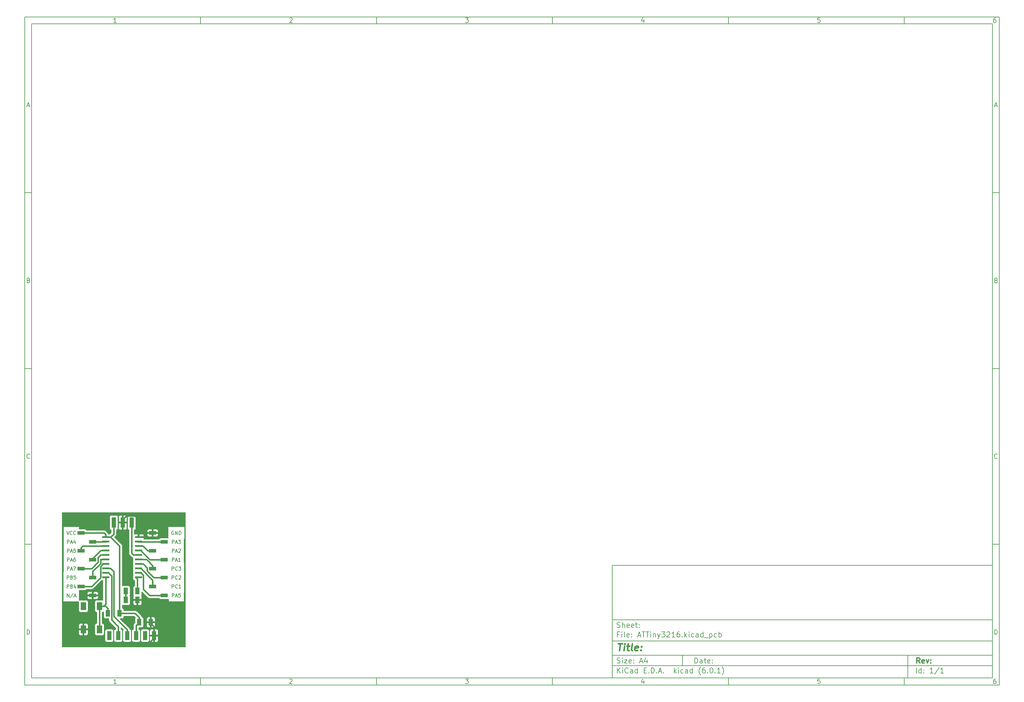
<source format=gbr>
G04 #@! TF.GenerationSoftware,KiCad,Pcbnew,(6.0.1)*
G04 #@! TF.CreationDate,2022-02-14T12:17:54+02:00*
G04 #@! TF.ProjectId,ATTiny3216,41545469-6e79-4333-9231-362e6b696361,rev?*
G04 #@! TF.SameCoordinates,Original*
G04 #@! TF.FileFunction,Copper,L1,Top*
G04 #@! TF.FilePolarity,Positive*
%FSLAX46Y46*%
G04 Gerber Fmt 4.6, Leading zero omitted, Abs format (unit mm)*
G04 Created by KiCad (PCBNEW (6.0.1)) date 2022-02-14 12:17:54*
%MOMM*%
%LPD*%
G01*
G04 APERTURE LIST*
%ADD10C,0.100000*%
%ADD11C,0.150000*%
%ADD12C,0.300000*%
%ADD13C,0.400000*%
G04 #@! TA.AperFunction,NonConductor*
%ADD14C,0.150000*%
G04 #@! TD*
G04 #@! TA.AperFunction,SMDPad,CuDef*
%ADD15R,1.524000X2.286000*%
G04 #@! TD*
G04 #@! TA.AperFunction,SMDPad,CuDef*
%ADD16R,2.000000X0.600000*%
G04 #@! TD*
G04 #@! TA.AperFunction,SMDPad,CuDef*
%ADD17R,1.270000X1.905000*%
G04 #@! TD*
G04 #@! TA.AperFunction,SMDPad,CuDef*
%ADD18R,1.270000X2.540000*%
G04 #@! TD*
G04 #@! TA.AperFunction,SMDPad,CuDef*
%ADD19R,1.998980X0.998220*%
G04 #@! TD*
G04 #@! TA.AperFunction,SMDPad,CuDef*
%ADD20R,1.249680X2.999740*%
G04 #@! TD*
G04 #@! TA.AperFunction,Conductor*
%ADD21C,0.400000*%
G04 #@! TD*
G04 APERTURE END LIST*
D10*
D11*
X177002200Y-166007200D02*
X177002200Y-198007200D01*
X285002200Y-198007200D01*
X285002200Y-166007200D01*
X177002200Y-166007200D01*
D10*
D11*
X10000000Y-10000000D02*
X10000000Y-200007200D01*
X287002200Y-200007200D01*
X287002200Y-10000000D01*
X10000000Y-10000000D01*
D10*
D11*
X12000000Y-12000000D02*
X12000000Y-198007200D01*
X285002200Y-198007200D01*
X285002200Y-12000000D01*
X12000000Y-12000000D01*
D10*
D11*
X60000000Y-12000000D02*
X60000000Y-10000000D01*
D10*
D11*
X110000000Y-12000000D02*
X110000000Y-10000000D01*
D10*
D11*
X160000000Y-12000000D02*
X160000000Y-10000000D01*
D10*
D11*
X210000000Y-12000000D02*
X210000000Y-10000000D01*
D10*
D11*
X260000000Y-12000000D02*
X260000000Y-10000000D01*
D10*
D11*
X36065476Y-11588095D02*
X35322619Y-11588095D01*
X35694047Y-11588095D02*
X35694047Y-10288095D01*
X35570238Y-10473809D01*
X35446428Y-10597619D01*
X35322619Y-10659523D01*
D10*
D11*
X85322619Y-10411904D02*
X85384523Y-10350000D01*
X85508333Y-10288095D01*
X85817857Y-10288095D01*
X85941666Y-10350000D01*
X86003571Y-10411904D01*
X86065476Y-10535714D01*
X86065476Y-10659523D01*
X86003571Y-10845238D01*
X85260714Y-11588095D01*
X86065476Y-11588095D01*
D10*
D11*
X135260714Y-10288095D02*
X136065476Y-10288095D01*
X135632142Y-10783333D01*
X135817857Y-10783333D01*
X135941666Y-10845238D01*
X136003571Y-10907142D01*
X136065476Y-11030952D01*
X136065476Y-11340476D01*
X136003571Y-11464285D01*
X135941666Y-11526190D01*
X135817857Y-11588095D01*
X135446428Y-11588095D01*
X135322619Y-11526190D01*
X135260714Y-11464285D01*
D10*
D11*
X185941666Y-10721428D02*
X185941666Y-11588095D01*
X185632142Y-10226190D02*
X185322619Y-11154761D01*
X186127380Y-11154761D01*
D10*
D11*
X236003571Y-10288095D02*
X235384523Y-10288095D01*
X235322619Y-10907142D01*
X235384523Y-10845238D01*
X235508333Y-10783333D01*
X235817857Y-10783333D01*
X235941666Y-10845238D01*
X236003571Y-10907142D01*
X236065476Y-11030952D01*
X236065476Y-11340476D01*
X236003571Y-11464285D01*
X235941666Y-11526190D01*
X235817857Y-11588095D01*
X235508333Y-11588095D01*
X235384523Y-11526190D01*
X235322619Y-11464285D01*
D10*
D11*
X285941666Y-10288095D02*
X285694047Y-10288095D01*
X285570238Y-10350000D01*
X285508333Y-10411904D01*
X285384523Y-10597619D01*
X285322619Y-10845238D01*
X285322619Y-11340476D01*
X285384523Y-11464285D01*
X285446428Y-11526190D01*
X285570238Y-11588095D01*
X285817857Y-11588095D01*
X285941666Y-11526190D01*
X286003571Y-11464285D01*
X286065476Y-11340476D01*
X286065476Y-11030952D01*
X286003571Y-10907142D01*
X285941666Y-10845238D01*
X285817857Y-10783333D01*
X285570238Y-10783333D01*
X285446428Y-10845238D01*
X285384523Y-10907142D01*
X285322619Y-11030952D01*
D10*
D11*
X60000000Y-198007200D02*
X60000000Y-200007200D01*
D10*
D11*
X110000000Y-198007200D02*
X110000000Y-200007200D01*
D10*
D11*
X160000000Y-198007200D02*
X160000000Y-200007200D01*
D10*
D11*
X210000000Y-198007200D02*
X210000000Y-200007200D01*
D10*
D11*
X260000000Y-198007200D02*
X260000000Y-200007200D01*
D10*
D11*
X36065476Y-199595295D02*
X35322619Y-199595295D01*
X35694047Y-199595295D02*
X35694047Y-198295295D01*
X35570238Y-198481009D01*
X35446428Y-198604819D01*
X35322619Y-198666723D01*
D10*
D11*
X85322619Y-198419104D02*
X85384523Y-198357200D01*
X85508333Y-198295295D01*
X85817857Y-198295295D01*
X85941666Y-198357200D01*
X86003571Y-198419104D01*
X86065476Y-198542914D01*
X86065476Y-198666723D01*
X86003571Y-198852438D01*
X85260714Y-199595295D01*
X86065476Y-199595295D01*
D10*
D11*
X135260714Y-198295295D02*
X136065476Y-198295295D01*
X135632142Y-198790533D01*
X135817857Y-198790533D01*
X135941666Y-198852438D01*
X136003571Y-198914342D01*
X136065476Y-199038152D01*
X136065476Y-199347676D01*
X136003571Y-199471485D01*
X135941666Y-199533390D01*
X135817857Y-199595295D01*
X135446428Y-199595295D01*
X135322619Y-199533390D01*
X135260714Y-199471485D01*
D10*
D11*
X185941666Y-198728628D02*
X185941666Y-199595295D01*
X185632142Y-198233390D02*
X185322619Y-199161961D01*
X186127380Y-199161961D01*
D10*
D11*
X236003571Y-198295295D02*
X235384523Y-198295295D01*
X235322619Y-198914342D01*
X235384523Y-198852438D01*
X235508333Y-198790533D01*
X235817857Y-198790533D01*
X235941666Y-198852438D01*
X236003571Y-198914342D01*
X236065476Y-199038152D01*
X236065476Y-199347676D01*
X236003571Y-199471485D01*
X235941666Y-199533390D01*
X235817857Y-199595295D01*
X235508333Y-199595295D01*
X235384523Y-199533390D01*
X235322619Y-199471485D01*
D10*
D11*
X285941666Y-198295295D02*
X285694047Y-198295295D01*
X285570238Y-198357200D01*
X285508333Y-198419104D01*
X285384523Y-198604819D01*
X285322619Y-198852438D01*
X285322619Y-199347676D01*
X285384523Y-199471485D01*
X285446428Y-199533390D01*
X285570238Y-199595295D01*
X285817857Y-199595295D01*
X285941666Y-199533390D01*
X286003571Y-199471485D01*
X286065476Y-199347676D01*
X286065476Y-199038152D01*
X286003571Y-198914342D01*
X285941666Y-198852438D01*
X285817857Y-198790533D01*
X285570238Y-198790533D01*
X285446428Y-198852438D01*
X285384523Y-198914342D01*
X285322619Y-199038152D01*
D10*
D11*
X10000000Y-60000000D02*
X12000000Y-60000000D01*
D10*
D11*
X10000000Y-110000000D02*
X12000000Y-110000000D01*
D10*
D11*
X10000000Y-160000000D02*
X12000000Y-160000000D01*
D10*
D11*
X10690476Y-35216666D02*
X11309523Y-35216666D01*
X10566666Y-35588095D02*
X11000000Y-34288095D01*
X11433333Y-35588095D01*
D10*
D11*
X11092857Y-84907142D02*
X11278571Y-84969047D01*
X11340476Y-85030952D01*
X11402380Y-85154761D01*
X11402380Y-85340476D01*
X11340476Y-85464285D01*
X11278571Y-85526190D01*
X11154761Y-85588095D01*
X10659523Y-85588095D01*
X10659523Y-84288095D01*
X11092857Y-84288095D01*
X11216666Y-84350000D01*
X11278571Y-84411904D01*
X11340476Y-84535714D01*
X11340476Y-84659523D01*
X11278571Y-84783333D01*
X11216666Y-84845238D01*
X11092857Y-84907142D01*
X10659523Y-84907142D01*
D10*
D11*
X11402380Y-135464285D02*
X11340476Y-135526190D01*
X11154761Y-135588095D01*
X11030952Y-135588095D01*
X10845238Y-135526190D01*
X10721428Y-135402380D01*
X10659523Y-135278571D01*
X10597619Y-135030952D01*
X10597619Y-134845238D01*
X10659523Y-134597619D01*
X10721428Y-134473809D01*
X10845238Y-134350000D01*
X11030952Y-134288095D01*
X11154761Y-134288095D01*
X11340476Y-134350000D01*
X11402380Y-134411904D01*
D10*
D11*
X10659523Y-185588095D02*
X10659523Y-184288095D01*
X10969047Y-184288095D01*
X11154761Y-184350000D01*
X11278571Y-184473809D01*
X11340476Y-184597619D01*
X11402380Y-184845238D01*
X11402380Y-185030952D01*
X11340476Y-185278571D01*
X11278571Y-185402380D01*
X11154761Y-185526190D01*
X10969047Y-185588095D01*
X10659523Y-185588095D01*
D10*
D11*
X287002200Y-60000000D02*
X285002200Y-60000000D01*
D10*
D11*
X287002200Y-110000000D02*
X285002200Y-110000000D01*
D10*
D11*
X287002200Y-160000000D02*
X285002200Y-160000000D01*
D10*
D11*
X285692676Y-35216666D02*
X286311723Y-35216666D01*
X285568866Y-35588095D02*
X286002200Y-34288095D01*
X286435533Y-35588095D01*
D10*
D11*
X286095057Y-84907142D02*
X286280771Y-84969047D01*
X286342676Y-85030952D01*
X286404580Y-85154761D01*
X286404580Y-85340476D01*
X286342676Y-85464285D01*
X286280771Y-85526190D01*
X286156961Y-85588095D01*
X285661723Y-85588095D01*
X285661723Y-84288095D01*
X286095057Y-84288095D01*
X286218866Y-84350000D01*
X286280771Y-84411904D01*
X286342676Y-84535714D01*
X286342676Y-84659523D01*
X286280771Y-84783333D01*
X286218866Y-84845238D01*
X286095057Y-84907142D01*
X285661723Y-84907142D01*
D10*
D11*
X286404580Y-135464285D02*
X286342676Y-135526190D01*
X286156961Y-135588095D01*
X286033152Y-135588095D01*
X285847438Y-135526190D01*
X285723628Y-135402380D01*
X285661723Y-135278571D01*
X285599819Y-135030952D01*
X285599819Y-134845238D01*
X285661723Y-134597619D01*
X285723628Y-134473809D01*
X285847438Y-134350000D01*
X286033152Y-134288095D01*
X286156961Y-134288095D01*
X286342676Y-134350000D01*
X286404580Y-134411904D01*
D10*
D11*
X285661723Y-185588095D02*
X285661723Y-184288095D01*
X285971247Y-184288095D01*
X286156961Y-184350000D01*
X286280771Y-184473809D01*
X286342676Y-184597619D01*
X286404580Y-184845238D01*
X286404580Y-185030952D01*
X286342676Y-185278571D01*
X286280771Y-185402380D01*
X286156961Y-185526190D01*
X285971247Y-185588095D01*
X285661723Y-185588095D01*
D10*
D11*
X200434342Y-193785771D02*
X200434342Y-192285771D01*
X200791485Y-192285771D01*
X201005771Y-192357200D01*
X201148628Y-192500057D01*
X201220057Y-192642914D01*
X201291485Y-192928628D01*
X201291485Y-193142914D01*
X201220057Y-193428628D01*
X201148628Y-193571485D01*
X201005771Y-193714342D01*
X200791485Y-193785771D01*
X200434342Y-193785771D01*
X202577200Y-193785771D02*
X202577200Y-193000057D01*
X202505771Y-192857200D01*
X202362914Y-192785771D01*
X202077200Y-192785771D01*
X201934342Y-192857200D01*
X202577200Y-193714342D02*
X202434342Y-193785771D01*
X202077200Y-193785771D01*
X201934342Y-193714342D01*
X201862914Y-193571485D01*
X201862914Y-193428628D01*
X201934342Y-193285771D01*
X202077200Y-193214342D01*
X202434342Y-193214342D01*
X202577200Y-193142914D01*
X203077200Y-192785771D02*
X203648628Y-192785771D01*
X203291485Y-192285771D02*
X203291485Y-193571485D01*
X203362914Y-193714342D01*
X203505771Y-193785771D01*
X203648628Y-193785771D01*
X204720057Y-193714342D02*
X204577200Y-193785771D01*
X204291485Y-193785771D01*
X204148628Y-193714342D01*
X204077200Y-193571485D01*
X204077200Y-193000057D01*
X204148628Y-192857200D01*
X204291485Y-192785771D01*
X204577200Y-192785771D01*
X204720057Y-192857200D01*
X204791485Y-193000057D01*
X204791485Y-193142914D01*
X204077200Y-193285771D01*
X205434342Y-193642914D02*
X205505771Y-193714342D01*
X205434342Y-193785771D01*
X205362914Y-193714342D01*
X205434342Y-193642914D01*
X205434342Y-193785771D01*
X205434342Y-192857200D02*
X205505771Y-192928628D01*
X205434342Y-193000057D01*
X205362914Y-192928628D01*
X205434342Y-192857200D01*
X205434342Y-193000057D01*
D10*
D11*
X177002200Y-194507200D02*
X285002200Y-194507200D01*
D10*
D11*
X178434342Y-196585771D02*
X178434342Y-195085771D01*
X179291485Y-196585771D02*
X178648628Y-195728628D01*
X179291485Y-195085771D02*
X178434342Y-195942914D01*
X179934342Y-196585771D02*
X179934342Y-195585771D01*
X179934342Y-195085771D02*
X179862914Y-195157200D01*
X179934342Y-195228628D01*
X180005771Y-195157200D01*
X179934342Y-195085771D01*
X179934342Y-195228628D01*
X181505771Y-196442914D02*
X181434342Y-196514342D01*
X181220057Y-196585771D01*
X181077200Y-196585771D01*
X180862914Y-196514342D01*
X180720057Y-196371485D01*
X180648628Y-196228628D01*
X180577200Y-195942914D01*
X180577200Y-195728628D01*
X180648628Y-195442914D01*
X180720057Y-195300057D01*
X180862914Y-195157200D01*
X181077200Y-195085771D01*
X181220057Y-195085771D01*
X181434342Y-195157200D01*
X181505771Y-195228628D01*
X182791485Y-196585771D02*
X182791485Y-195800057D01*
X182720057Y-195657200D01*
X182577200Y-195585771D01*
X182291485Y-195585771D01*
X182148628Y-195657200D01*
X182791485Y-196514342D02*
X182648628Y-196585771D01*
X182291485Y-196585771D01*
X182148628Y-196514342D01*
X182077200Y-196371485D01*
X182077200Y-196228628D01*
X182148628Y-196085771D01*
X182291485Y-196014342D01*
X182648628Y-196014342D01*
X182791485Y-195942914D01*
X184148628Y-196585771D02*
X184148628Y-195085771D01*
X184148628Y-196514342D02*
X184005771Y-196585771D01*
X183720057Y-196585771D01*
X183577200Y-196514342D01*
X183505771Y-196442914D01*
X183434342Y-196300057D01*
X183434342Y-195871485D01*
X183505771Y-195728628D01*
X183577200Y-195657200D01*
X183720057Y-195585771D01*
X184005771Y-195585771D01*
X184148628Y-195657200D01*
X186005771Y-195800057D02*
X186505771Y-195800057D01*
X186720057Y-196585771D02*
X186005771Y-196585771D01*
X186005771Y-195085771D01*
X186720057Y-195085771D01*
X187362914Y-196442914D02*
X187434342Y-196514342D01*
X187362914Y-196585771D01*
X187291485Y-196514342D01*
X187362914Y-196442914D01*
X187362914Y-196585771D01*
X188077200Y-196585771D02*
X188077200Y-195085771D01*
X188434342Y-195085771D01*
X188648628Y-195157200D01*
X188791485Y-195300057D01*
X188862914Y-195442914D01*
X188934342Y-195728628D01*
X188934342Y-195942914D01*
X188862914Y-196228628D01*
X188791485Y-196371485D01*
X188648628Y-196514342D01*
X188434342Y-196585771D01*
X188077200Y-196585771D01*
X189577200Y-196442914D02*
X189648628Y-196514342D01*
X189577200Y-196585771D01*
X189505771Y-196514342D01*
X189577200Y-196442914D01*
X189577200Y-196585771D01*
X190220057Y-196157200D02*
X190934342Y-196157200D01*
X190077200Y-196585771D02*
X190577200Y-195085771D01*
X191077200Y-196585771D01*
X191577200Y-196442914D02*
X191648628Y-196514342D01*
X191577200Y-196585771D01*
X191505771Y-196514342D01*
X191577200Y-196442914D01*
X191577200Y-196585771D01*
X194577200Y-196585771D02*
X194577200Y-195085771D01*
X194720057Y-196014342D02*
X195148628Y-196585771D01*
X195148628Y-195585771D02*
X194577200Y-196157200D01*
X195791485Y-196585771D02*
X195791485Y-195585771D01*
X195791485Y-195085771D02*
X195720057Y-195157200D01*
X195791485Y-195228628D01*
X195862914Y-195157200D01*
X195791485Y-195085771D01*
X195791485Y-195228628D01*
X197148628Y-196514342D02*
X197005771Y-196585771D01*
X196720057Y-196585771D01*
X196577200Y-196514342D01*
X196505771Y-196442914D01*
X196434342Y-196300057D01*
X196434342Y-195871485D01*
X196505771Y-195728628D01*
X196577200Y-195657200D01*
X196720057Y-195585771D01*
X197005771Y-195585771D01*
X197148628Y-195657200D01*
X198434342Y-196585771D02*
X198434342Y-195800057D01*
X198362914Y-195657200D01*
X198220057Y-195585771D01*
X197934342Y-195585771D01*
X197791485Y-195657200D01*
X198434342Y-196514342D02*
X198291485Y-196585771D01*
X197934342Y-196585771D01*
X197791485Y-196514342D01*
X197720057Y-196371485D01*
X197720057Y-196228628D01*
X197791485Y-196085771D01*
X197934342Y-196014342D01*
X198291485Y-196014342D01*
X198434342Y-195942914D01*
X199791485Y-196585771D02*
X199791485Y-195085771D01*
X199791485Y-196514342D02*
X199648628Y-196585771D01*
X199362914Y-196585771D01*
X199220057Y-196514342D01*
X199148628Y-196442914D01*
X199077200Y-196300057D01*
X199077200Y-195871485D01*
X199148628Y-195728628D01*
X199220057Y-195657200D01*
X199362914Y-195585771D01*
X199648628Y-195585771D01*
X199791485Y-195657200D01*
X202077200Y-197157200D02*
X202005771Y-197085771D01*
X201862914Y-196871485D01*
X201791485Y-196728628D01*
X201720057Y-196514342D01*
X201648628Y-196157200D01*
X201648628Y-195871485D01*
X201720057Y-195514342D01*
X201791485Y-195300057D01*
X201862914Y-195157200D01*
X202005771Y-194942914D01*
X202077200Y-194871485D01*
X203291485Y-195085771D02*
X203005771Y-195085771D01*
X202862914Y-195157200D01*
X202791485Y-195228628D01*
X202648628Y-195442914D01*
X202577200Y-195728628D01*
X202577200Y-196300057D01*
X202648628Y-196442914D01*
X202720057Y-196514342D01*
X202862914Y-196585771D01*
X203148628Y-196585771D01*
X203291485Y-196514342D01*
X203362914Y-196442914D01*
X203434342Y-196300057D01*
X203434342Y-195942914D01*
X203362914Y-195800057D01*
X203291485Y-195728628D01*
X203148628Y-195657200D01*
X202862914Y-195657200D01*
X202720057Y-195728628D01*
X202648628Y-195800057D01*
X202577200Y-195942914D01*
X204077200Y-196442914D02*
X204148628Y-196514342D01*
X204077200Y-196585771D01*
X204005771Y-196514342D01*
X204077200Y-196442914D01*
X204077200Y-196585771D01*
X205077200Y-195085771D02*
X205220057Y-195085771D01*
X205362914Y-195157200D01*
X205434342Y-195228628D01*
X205505771Y-195371485D01*
X205577200Y-195657200D01*
X205577200Y-196014342D01*
X205505771Y-196300057D01*
X205434342Y-196442914D01*
X205362914Y-196514342D01*
X205220057Y-196585771D01*
X205077200Y-196585771D01*
X204934342Y-196514342D01*
X204862914Y-196442914D01*
X204791485Y-196300057D01*
X204720057Y-196014342D01*
X204720057Y-195657200D01*
X204791485Y-195371485D01*
X204862914Y-195228628D01*
X204934342Y-195157200D01*
X205077200Y-195085771D01*
X206220057Y-196442914D02*
X206291485Y-196514342D01*
X206220057Y-196585771D01*
X206148628Y-196514342D01*
X206220057Y-196442914D01*
X206220057Y-196585771D01*
X207720057Y-196585771D02*
X206862914Y-196585771D01*
X207291485Y-196585771D02*
X207291485Y-195085771D01*
X207148628Y-195300057D01*
X207005771Y-195442914D01*
X206862914Y-195514342D01*
X208220057Y-197157200D02*
X208291485Y-197085771D01*
X208434342Y-196871485D01*
X208505771Y-196728628D01*
X208577200Y-196514342D01*
X208648628Y-196157200D01*
X208648628Y-195871485D01*
X208577200Y-195514342D01*
X208505771Y-195300057D01*
X208434342Y-195157200D01*
X208291485Y-194942914D01*
X208220057Y-194871485D01*
D10*
D11*
X177002200Y-191507200D02*
X285002200Y-191507200D01*
D10*
D12*
X264411485Y-193785771D02*
X263911485Y-193071485D01*
X263554342Y-193785771D02*
X263554342Y-192285771D01*
X264125771Y-192285771D01*
X264268628Y-192357200D01*
X264340057Y-192428628D01*
X264411485Y-192571485D01*
X264411485Y-192785771D01*
X264340057Y-192928628D01*
X264268628Y-193000057D01*
X264125771Y-193071485D01*
X263554342Y-193071485D01*
X265625771Y-193714342D02*
X265482914Y-193785771D01*
X265197200Y-193785771D01*
X265054342Y-193714342D01*
X264982914Y-193571485D01*
X264982914Y-193000057D01*
X265054342Y-192857200D01*
X265197200Y-192785771D01*
X265482914Y-192785771D01*
X265625771Y-192857200D01*
X265697200Y-193000057D01*
X265697200Y-193142914D01*
X264982914Y-193285771D01*
X266197200Y-192785771D02*
X266554342Y-193785771D01*
X266911485Y-192785771D01*
X267482914Y-193642914D02*
X267554342Y-193714342D01*
X267482914Y-193785771D01*
X267411485Y-193714342D01*
X267482914Y-193642914D01*
X267482914Y-193785771D01*
X267482914Y-192857200D02*
X267554342Y-192928628D01*
X267482914Y-193000057D01*
X267411485Y-192928628D01*
X267482914Y-192857200D01*
X267482914Y-193000057D01*
D10*
D11*
X178362914Y-193714342D02*
X178577200Y-193785771D01*
X178934342Y-193785771D01*
X179077200Y-193714342D01*
X179148628Y-193642914D01*
X179220057Y-193500057D01*
X179220057Y-193357200D01*
X179148628Y-193214342D01*
X179077200Y-193142914D01*
X178934342Y-193071485D01*
X178648628Y-193000057D01*
X178505771Y-192928628D01*
X178434342Y-192857200D01*
X178362914Y-192714342D01*
X178362914Y-192571485D01*
X178434342Y-192428628D01*
X178505771Y-192357200D01*
X178648628Y-192285771D01*
X179005771Y-192285771D01*
X179220057Y-192357200D01*
X179862914Y-193785771D02*
X179862914Y-192785771D01*
X179862914Y-192285771D02*
X179791485Y-192357200D01*
X179862914Y-192428628D01*
X179934342Y-192357200D01*
X179862914Y-192285771D01*
X179862914Y-192428628D01*
X180434342Y-192785771D02*
X181220057Y-192785771D01*
X180434342Y-193785771D01*
X181220057Y-193785771D01*
X182362914Y-193714342D02*
X182220057Y-193785771D01*
X181934342Y-193785771D01*
X181791485Y-193714342D01*
X181720057Y-193571485D01*
X181720057Y-193000057D01*
X181791485Y-192857200D01*
X181934342Y-192785771D01*
X182220057Y-192785771D01*
X182362914Y-192857200D01*
X182434342Y-193000057D01*
X182434342Y-193142914D01*
X181720057Y-193285771D01*
X183077200Y-193642914D02*
X183148628Y-193714342D01*
X183077200Y-193785771D01*
X183005771Y-193714342D01*
X183077200Y-193642914D01*
X183077200Y-193785771D01*
X183077200Y-192857200D02*
X183148628Y-192928628D01*
X183077200Y-193000057D01*
X183005771Y-192928628D01*
X183077200Y-192857200D01*
X183077200Y-193000057D01*
X184862914Y-193357200D02*
X185577200Y-193357200D01*
X184720057Y-193785771D02*
X185220057Y-192285771D01*
X185720057Y-193785771D01*
X186862914Y-192785771D02*
X186862914Y-193785771D01*
X186505771Y-192214342D02*
X186148628Y-193285771D01*
X187077200Y-193285771D01*
D10*
D11*
X263434342Y-196585771D02*
X263434342Y-195085771D01*
X264791485Y-196585771D02*
X264791485Y-195085771D01*
X264791485Y-196514342D02*
X264648628Y-196585771D01*
X264362914Y-196585771D01*
X264220057Y-196514342D01*
X264148628Y-196442914D01*
X264077200Y-196300057D01*
X264077200Y-195871485D01*
X264148628Y-195728628D01*
X264220057Y-195657200D01*
X264362914Y-195585771D01*
X264648628Y-195585771D01*
X264791485Y-195657200D01*
X265505771Y-196442914D02*
X265577200Y-196514342D01*
X265505771Y-196585771D01*
X265434342Y-196514342D01*
X265505771Y-196442914D01*
X265505771Y-196585771D01*
X265505771Y-195657200D02*
X265577200Y-195728628D01*
X265505771Y-195800057D01*
X265434342Y-195728628D01*
X265505771Y-195657200D01*
X265505771Y-195800057D01*
X268148628Y-196585771D02*
X267291485Y-196585771D01*
X267720057Y-196585771D02*
X267720057Y-195085771D01*
X267577200Y-195300057D01*
X267434342Y-195442914D01*
X267291485Y-195514342D01*
X269862914Y-195014342D02*
X268577200Y-196942914D01*
X271148628Y-196585771D02*
X270291485Y-196585771D01*
X270720057Y-196585771D02*
X270720057Y-195085771D01*
X270577200Y-195300057D01*
X270434342Y-195442914D01*
X270291485Y-195514342D01*
D10*
D11*
X177002200Y-187507200D02*
X285002200Y-187507200D01*
D10*
D13*
X178714580Y-188211961D02*
X179857438Y-188211961D01*
X179036009Y-190211961D02*
X179286009Y-188211961D01*
X180274104Y-190211961D02*
X180440771Y-188878628D01*
X180524104Y-188211961D02*
X180416961Y-188307200D01*
X180500295Y-188402438D01*
X180607438Y-188307200D01*
X180524104Y-188211961D01*
X180500295Y-188402438D01*
X181107438Y-188878628D02*
X181869342Y-188878628D01*
X181476485Y-188211961D02*
X181262200Y-189926247D01*
X181333628Y-190116723D01*
X181512200Y-190211961D01*
X181702676Y-190211961D01*
X182655057Y-190211961D02*
X182476485Y-190116723D01*
X182405057Y-189926247D01*
X182619342Y-188211961D01*
X184190771Y-190116723D02*
X183988390Y-190211961D01*
X183607438Y-190211961D01*
X183428866Y-190116723D01*
X183357438Y-189926247D01*
X183452676Y-189164342D01*
X183571723Y-188973866D01*
X183774104Y-188878628D01*
X184155057Y-188878628D01*
X184333628Y-188973866D01*
X184405057Y-189164342D01*
X184381247Y-189354819D01*
X183405057Y-189545295D01*
X185155057Y-190021485D02*
X185238390Y-190116723D01*
X185131247Y-190211961D01*
X185047914Y-190116723D01*
X185155057Y-190021485D01*
X185131247Y-190211961D01*
X185286009Y-188973866D02*
X185369342Y-189069104D01*
X185262200Y-189164342D01*
X185178866Y-189069104D01*
X185286009Y-188973866D01*
X185262200Y-189164342D01*
D10*
D11*
X178934342Y-185600057D02*
X178434342Y-185600057D01*
X178434342Y-186385771D02*
X178434342Y-184885771D01*
X179148628Y-184885771D01*
X179720057Y-186385771D02*
X179720057Y-185385771D01*
X179720057Y-184885771D02*
X179648628Y-184957200D01*
X179720057Y-185028628D01*
X179791485Y-184957200D01*
X179720057Y-184885771D01*
X179720057Y-185028628D01*
X180648628Y-186385771D02*
X180505771Y-186314342D01*
X180434342Y-186171485D01*
X180434342Y-184885771D01*
X181791485Y-186314342D02*
X181648628Y-186385771D01*
X181362914Y-186385771D01*
X181220057Y-186314342D01*
X181148628Y-186171485D01*
X181148628Y-185600057D01*
X181220057Y-185457200D01*
X181362914Y-185385771D01*
X181648628Y-185385771D01*
X181791485Y-185457200D01*
X181862914Y-185600057D01*
X181862914Y-185742914D01*
X181148628Y-185885771D01*
X182505771Y-186242914D02*
X182577200Y-186314342D01*
X182505771Y-186385771D01*
X182434342Y-186314342D01*
X182505771Y-186242914D01*
X182505771Y-186385771D01*
X182505771Y-185457200D02*
X182577200Y-185528628D01*
X182505771Y-185600057D01*
X182434342Y-185528628D01*
X182505771Y-185457200D01*
X182505771Y-185600057D01*
X184291485Y-185957200D02*
X185005771Y-185957200D01*
X184148628Y-186385771D02*
X184648628Y-184885771D01*
X185148628Y-186385771D01*
X185434342Y-184885771D02*
X186291485Y-184885771D01*
X185862914Y-186385771D02*
X185862914Y-184885771D01*
X186577200Y-184885771D02*
X187434342Y-184885771D01*
X187005771Y-186385771D02*
X187005771Y-184885771D01*
X187934342Y-186385771D02*
X187934342Y-185385771D01*
X187934342Y-184885771D02*
X187862914Y-184957200D01*
X187934342Y-185028628D01*
X188005771Y-184957200D01*
X187934342Y-184885771D01*
X187934342Y-185028628D01*
X188648628Y-185385771D02*
X188648628Y-186385771D01*
X188648628Y-185528628D02*
X188720057Y-185457200D01*
X188862914Y-185385771D01*
X189077200Y-185385771D01*
X189220057Y-185457200D01*
X189291485Y-185600057D01*
X189291485Y-186385771D01*
X189862914Y-185385771D02*
X190220057Y-186385771D01*
X190577200Y-185385771D02*
X190220057Y-186385771D01*
X190077200Y-186742914D01*
X190005771Y-186814342D01*
X189862914Y-186885771D01*
X191005771Y-184885771D02*
X191934342Y-184885771D01*
X191434342Y-185457200D01*
X191648628Y-185457200D01*
X191791485Y-185528628D01*
X191862914Y-185600057D01*
X191934342Y-185742914D01*
X191934342Y-186100057D01*
X191862914Y-186242914D01*
X191791485Y-186314342D01*
X191648628Y-186385771D01*
X191220057Y-186385771D01*
X191077200Y-186314342D01*
X191005771Y-186242914D01*
X192505771Y-185028628D02*
X192577200Y-184957200D01*
X192720057Y-184885771D01*
X193077200Y-184885771D01*
X193220057Y-184957200D01*
X193291485Y-185028628D01*
X193362914Y-185171485D01*
X193362914Y-185314342D01*
X193291485Y-185528628D01*
X192434342Y-186385771D01*
X193362914Y-186385771D01*
X194791485Y-186385771D02*
X193934342Y-186385771D01*
X194362914Y-186385771D02*
X194362914Y-184885771D01*
X194220057Y-185100057D01*
X194077200Y-185242914D01*
X193934342Y-185314342D01*
X196077200Y-184885771D02*
X195791485Y-184885771D01*
X195648628Y-184957200D01*
X195577200Y-185028628D01*
X195434342Y-185242914D01*
X195362914Y-185528628D01*
X195362914Y-186100057D01*
X195434342Y-186242914D01*
X195505771Y-186314342D01*
X195648628Y-186385771D01*
X195934342Y-186385771D01*
X196077200Y-186314342D01*
X196148628Y-186242914D01*
X196220057Y-186100057D01*
X196220057Y-185742914D01*
X196148628Y-185600057D01*
X196077200Y-185528628D01*
X195934342Y-185457200D01*
X195648628Y-185457200D01*
X195505771Y-185528628D01*
X195434342Y-185600057D01*
X195362914Y-185742914D01*
X196862914Y-186242914D02*
X196934342Y-186314342D01*
X196862914Y-186385771D01*
X196791485Y-186314342D01*
X196862914Y-186242914D01*
X196862914Y-186385771D01*
X197577200Y-186385771D02*
X197577200Y-184885771D01*
X197720057Y-185814342D02*
X198148628Y-186385771D01*
X198148628Y-185385771D02*
X197577200Y-185957200D01*
X198791485Y-186385771D02*
X198791485Y-185385771D01*
X198791485Y-184885771D02*
X198720057Y-184957200D01*
X198791485Y-185028628D01*
X198862914Y-184957200D01*
X198791485Y-184885771D01*
X198791485Y-185028628D01*
X200148628Y-186314342D02*
X200005771Y-186385771D01*
X199720057Y-186385771D01*
X199577200Y-186314342D01*
X199505771Y-186242914D01*
X199434342Y-186100057D01*
X199434342Y-185671485D01*
X199505771Y-185528628D01*
X199577200Y-185457200D01*
X199720057Y-185385771D01*
X200005771Y-185385771D01*
X200148628Y-185457200D01*
X201434342Y-186385771D02*
X201434342Y-185600057D01*
X201362914Y-185457200D01*
X201220057Y-185385771D01*
X200934342Y-185385771D01*
X200791485Y-185457200D01*
X201434342Y-186314342D02*
X201291485Y-186385771D01*
X200934342Y-186385771D01*
X200791485Y-186314342D01*
X200720057Y-186171485D01*
X200720057Y-186028628D01*
X200791485Y-185885771D01*
X200934342Y-185814342D01*
X201291485Y-185814342D01*
X201434342Y-185742914D01*
X202791485Y-186385771D02*
X202791485Y-184885771D01*
X202791485Y-186314342D02*
X202648628Y-186385771D01*
X202362914Y-186385771D01*
X202220057Y-186314342D01*
X202148628Y-186242914D01*
X202077200Y-186100057D01*
X202077200Y-185671485D01*
X202148628Y-185528628D01*
X202220057Y-185457200D01*
X202362914Y-185385771D01*
X202648628Y-185385771D01*
X202791485Y-185457200D01*
X203148628Y-186528628D02*
X204291485Y-186528628D01*
X204648628Y-185385771D02*
X204648628Y-186885771D01*
X204648628Y-185457200D02*
X204791485Y-185385771D01*
X205077200Y-185385771D01*
X205220057Y-185457200D01*
X205291485Y-185528628D01*
X205362914Y-185671485D01*
X205362914Y-186100057D01*
X205291485Y-186242914D01*
X205220057Y-186314342D01*
X205077200Y-186385771D01*
X204791485Y-186385771D01*
X204648628Y-186314342D01*
X206648628Y-186314342D02*
X206505771Y-186385771D01*
X206220057Y-186385771D01*
X206077200Y-186314342D01*
X206005771Y-186242914D01*
X205934342Y-186100057D01*
X205934342Y-185671485D01*
X206005771Y-185528628D01*
X206077200Y-185457200D01*
X206220057Y-185385771D01*
X206505771Y-185385771D01*
X206648628Y-185457200D01*
X207291485Y-186385771D02*
X207291485Y-184885771D01*
X207291485Y-185457200D02*
X207434342Y-185385771D01*
X207720057Y-185385771D01*
X207862914Y-185457200D01*
X207934342Y-185528628D01*
X208005771Y-185671485D01*
X208005771Y-186100057D01*
X207934342Y-186242914D01*
X207862914Y-186314342D01*
X207720057Y-186385771D01*
X207434342Y-186385771D01*
X207291485Y-186314342D01*
D10*
D11*
X177002200Y-181507200D02*
X285002200Y-181507200D01*
D10*
D11*
X178362914Y-183614342D02*
X178577200Y-183685771D01*
X178934342Y-183685771D01*
X179077200Y-183614342D01*
X179148628Y-183542914D01*
X179220057Y-183400057D01*
X179220057Y-183257200D01*
X179148628Y-183114342D01*
X179077200Y-183042914D01*
X178934342Y-182971485D01*
X178648628Y-182900057D01*
X178505771Y-182828628D01*
X178434342Y-182757200D01*
X178362914Y-182614342D01*
X178362914Y-182471485D01*
X178434342Y-182328628D01*
X178505771Y-182257200D01*
X178648628Y-182185771D01*
X179005771Y-182185771D01*
X179220057Y-182257200D01*
X179862914Y-183685771D02*
X179862914Y-182185771D01*
X180505771Y-183685771D02*
X180505771Y-182900057D01*
X180434342Y-182757200D01*
X180291485Y-182685771D01*
X180077200Y-182685771D01*
X179934342Y-182757200D01*
X179862914Y-182828628D01*
X181791485Y-183614342D02*
X181648628Y-183685771D01*
X181362914Y-183685771D01*
X181220057Y-183614342D01*
X181148628Y-183471485D01*
X181148628Y-182900057D01*
X181220057Y-182757200D01*
X181362914Y-182685771D01*
X181648628Y-182685771D01*
X181791485Y-182757200D01*
X181862914Y-182900057D01*
X181862914Y-183042914D01*
X181148628Y-183185771D01*
X183077200Y-183614342D02*
X182934342Y-183685771D01*
X182648628Y-183685771D01*
X182505771Y-183614342D01*
X182434342Y-183471485D01*
X182434342Y-182900057D01*
X182505771Y-182757200D01*
X182648628Y-182685771D01*
X182934342Y-182685771D01*
X183077200Y-182757200D01*
X183148628Y-182900057D01*
X183148628Y-183042914D01*
X182434342Y-183185771D01*
X183577200Y-182685771D02*
X184148628Y-182685771D01*
X183791485Y-182185771D02*
X183791485Y-183471485D01*
X183862914Y-183614342D01*
X184005771Y-183685771D01*
X184148628Y-183685771D01*
X184648628Y-183542914D02*
X184720057Y-183614342D01*
X184648628Y-183685771D01*
X184577200Y-183614342D01*
X184648628Y-183542914D01*
X184648628Y-183685771D01*
X184648628Y-182757200D02*
X184720057Y-182828628D01*
X184648628Y-182900057D01*
X184577200Y-182828628D01*
X184648628Y-182757200D01*
X184648628Y-182900057D01*
D10*
D12*
D10*
D11*
D10*
D11*
D10*
D11*
D10*
D11*
D10*
D11*
X197002200Y-191507200D02*
X197002200Y-194507200D01*
D10*
D11*
X261002200Y-191507200D02*
X261002200Y-198007200D01*
D14*
X51943333Y-174992380D02*
X51943333Y-173992380D01*
X52324285Y-173992380D01*
X52419523Y-174040000D01*
X52467142Y-174087619D01*
X52514761Y-174182857D01*
X52514761Y-174325714D01*
X52467142Y-174420952D01*
X52419523Y-174468571D01*
X52324285Y-174516190D01*
X51943333Y-174516190D01*
X52895714Y-174706666D02*
X53371904Y-174706666D01*
X52800476Y-174992380D02*
X53133809Y-173992380D01*
X53467142Y-174992380D01*
X54276666Y-173992380D02*
X53800476Y-173992380D01*
X53752857Y-174468571D01*
X53800476Y-174420952D01*
X53895714Y-174373333D01*
X54133809Y-174373333D01*
X54229047Y-174420952D01*
X54276666Y-174468571D01*
X54324285Y-174563809D01*
X54324285Y-174801904D01*
X54276666Y-174897142D01*
X54229047Y-174944761D01*
X54133809Y-174992380D01*
X53895714Y-174992380D01*
X53800476Y-174944761D01*
X53752857Y-174897142D01*
D11*
D14*
X51871904Y-172452380D02*
X51871904Y-171452380D01*
X52252857Y-171452380D01*
X52348095Y-171500000D01*
X52395714Y-171547619D01*
X52443333Y-171642857D01*
X52443333Y-171785714D01*
X52395714Y-171880952D01*
X52348095Y-171928571D01*
X52252857Y-171976190D01*
X51871904Y-171976190D01*
X53443333Y-172357142D02*
X53395714Y-172404761D01*
X53252857Y-172452380D01*
X53157619Y-172452380D01*
X53014761Y-172404761D01*
X52919523Y-172309523D01*
X52871904Y-172214285D01*
X52824285Y-172023809D01*
X52824285Y-171880952D01*
X52871904Y-171690476D01*
X52919523Y-171595238D01*
X53014761Y-171500000D01*
X53157619Y-171452380D01*
X53252857Y-171452380D01*
X53395714Y-171500000D01*
X53443333Y-171547619D01*
X54395714Y-172452380D02*
X53824285Y-172452380D01*
X54110000Y-172452380D02*
X54110000Y-171452380D01*
X54014761Y-171595238D01*
X53919523Y-171690476D01*
X53824285Y-171738095D01*
D11*
D14*
X51871904Y-169912380D02*
X51871904Y-168912380D01*
X52252857Y-168912380D01*
X52348095Y-168960000D01*
X52395714Y-169007619D01*
X52443333Y-169102857D01*
X52443333Y-169245714D01*
X52395714Y-169340952D01*
X52348095Y-169388571D01*
X52252857Y-169436190D01*
X51871904Y-169436190D01*
X53443333Y-169817142D02*
X53395714Y-169864761D01*
X53252857Y-169912380D01*
X53157619Y-169912380D01*
X53014761Y-169864761D01*
X52919523Y-169769523D01*
X52871904Y-169674285D01*
X52824285Y-169483809D01*
X52824285Y-169340952D01*
X52871904Y-169150476D01*
X52919523Y-169055238D01*
X53014761Y-168960000D01*
X53157619Y-168912380D01*
X53252857Y-168912380D01*
X53395714Y-168960000D01*
X53443333Y-169007619D01*
X53824285Y-169007619D02*
X53871904Y-168960000D01*
X53967142Y-168912380D01*
X54205238Y-168912380D01*
X54300476Y-168960000D01*
X54348095Y-169007619D01*
X54395714Y-169102857D01*
X54395714Y-169198095D01*
X54348095Y-169340952D01*
X53776666Y-169912380D01*
X54395714Y-169912380D01*
D11*
D14*
X51871904Y-167372380D02*
X51871904Y-166372380D01*
X52252857Y-166372380D01*
X52348095Y-166420000D01*
X52395714Y-166467619D01*
X52443333Y-166562857D01*
X52443333Y-166705714D01*
X52395714Y-166800952D01*
X52348095Y-166848571D01*
X52252857Y-166896190D01*
X51871904Y-166896190D01*
X53443333Y-167277142D02*
X53395714Y-167324761D01*
X53252857Y-167372380D01*
X53157619Y-167372380D01*
X53014761Y-167324761D01*
X52919523Y-167229523D01*
X52871904Y-167134285D01*
X52824285Y-166943809D01*
X52824285Y-166800952D01*
X52871904Y-166610476D01*
X52919523Y-166515238D01*
X53014761Y-166420000D01*
X53157619Y-166372380D01*
X53252857Y-166372380D01*
X53395714Y-166420000D01*
X53443333Y-166467619D01*
X53776666Y-166372380D02*
X54395714Y-166372380D01*
X54062380Y-166753333D01*
X54205238Y-166753333D01*
X54300476Y-166800952D01*
X54348095Y-166848571D01*
X54395714Y-166943809D01*
X54395714Y-167181904D01*
X54348095Y-167277142D01*
X54300476Y-167324761D01*
X54205238Y-167372380D01*
X53919523Y-167372380D01*
X53824285Y-167324761D01*
X53776666Y-167277142D01*
D11*
D14*
X51943333Y-164832380D02*
X51943333Y-163832380D01*
X52324285Y-163832380D01*
X52419523Y-163880000D01*
X52467142Y-163927619D01*
X52514761Y-164022857D01*
X52514761Y-164165714D01*
X52467142Y-164260952D01*
X52419523Y-164308571D01*
X52324285Y-164356190D01*
X51943333Y-164356190D01*
X52895714Y-164546666D02*
X53371904Y-164546666D01*
X52800476Y-164832380D02*
X53133809Y-163832380D01*
X53467142Y-164832380D01*
X54324285Y-164832380D02*
X53752857Y-164832380D01*
X54038571Y-164832380D02*
X54038571Y-163832380D01*
X53943333Y-163975238D01*
X53848095Y-164070476D01*
X53752857Y-164118095D01*
D11*
D14*
X51943333Y-162292380D02*
X51943333Y-161292380D01*
X52324285Y-161292380D01*
X52419523Y-161340000D01*
X52467142Y-161387619D01*
X52514761Y-161482857D01*
X52514761Y-161625714D01*
X52467142Y-161720952D01*
X52419523Y-161768571D01*
X52324285Y-161816190D01*
X51943333Y-161816190D01*
X52895714Y-162006666D02*
X53371904Y-162006666D01*
X52800476Y-162292380D02*
X53133809Y-161292380D01*
X53467142Y-162292380D01*
X53752857Y-161387619D02*
X53800476Y-161340000D01*
X53895714Y-161292380D01*
X54133809Y-161292380D01*
X54229047Y-161340000D01*
X54276666Y-161387619D01*
X54324285Y-161482857D01*
X54324285Y-161578095D01*
X54276666Y-161720952D01*
X53705238Y-162292380D01*
X54324285Y-162292380D01*
D11*
D14*
X51943333Y-159752380D02*
X51943333Y-158752380D01*
X52324285Y-158752380D01*
X52419523Y-158800000D01*
X52467142Y-158847619D01*
X52514761Y-158942857D01*
X52514761Y-159085714D01*
X52467142Y-159180952D01*
X52419523Y-159228571D01*
X52324285Y-159276190D01*
X51943333Y-159276190D01*
X52895714Y-159466666D02*
X53371904Y-159466666D01*
X52800476Y-159752380D02*
X53133809Y-158752380D01*
X53467142Y-159752380D01*
X53705238Y-158752380D02*
X54324285Y-158752380D01*
X53990952Y-159133333D01*
X54133809Y-159133333D01*
X54229047Y-159180952D01*
X54276666Y-159228571D01*
X54324285Y-159323809D01*
X54324285Y-159561904D01*
X54276666Y-159657142D01*
X54229047Y-159704761D01*
X54133809Y-159752380D01*
X53848095Y-159752380D01*
X53752857Y-159704761D01*
X53705238Y-159657142D01*
D11*
D14*
X52348095Y-156260000D02*
X52252857Y-156212380D01*
X52110000Y-156212380D01*
X51967142Y-156260000D01*
X51871904Y-156355238D01*
X51824285Y-156450476D01*
X51776666Y-156640952D01*
X51776666Y-156783809D01*
X51824285Y-156974285D01*
X51871904Y-157069523D01*
X51967142Y-157164761D01*
X52110000Y-157212380D01*
X52205238Y-157212380D01*
X52348095Y-157164761D01*
X52395714Y-157117142D01*
X52395714Y-156783809D01*
X52205238Y-156783809D01*
X52824285Y-157212380D02*
X52824285Y-156212380D01*
X53395714Y-157212380D01*
X53395714Y-156212380D01*
X53871904Y-157212380D02*
X53871904Y-156212380D01*
X54110000Y-156212380D01*
X54252857Y-156260000D01*
X54348095Y-156355238D01*
X54395714Y-156450476D01*
X54443333Y-156640952D01*
X54443333Y-156783809D01*
X54395714Y-156974285D01*
X54348095Y-157069523D01*
X54252857Y-157164761D01*
X54110000Y-157212380D01*
X53871904Y-157212380D01*
D11*
D14*
X22026904Y-174992380D02*
X22026904Y-173992380D01*
X22598333Y-174992380D01*
X22598333Y-173992380D01*
X23788809Y-173944761D02*
X22931666Y-175230476D01*
X24074523Y-174706666D02*
X24550714Y-174706666D01*
X23979285Y-174992380D02*
X24312619Y-173992380D01*
X24645952Y-174992380D01*
D11*
D14*
X22026904Y-172452380D02*
X22026904Y-171452380D01*
X22407857Y-171452380D01*
X22503095Y-171500000D01*
X22550714Y-171547619D01*
X22598333Y-171642857D01*
X22598333Y-171785714D01*
X22550714Y-171880952D01*
X22503095Y-171928571D01*
X22407857Y-171976190D01*
X22026904Y-171976190D01*
X23360238Y-171928571D02*
X23503095Y-171976190D01*
X23550714Y-172023809D01*
X23598333Y-172119047D01*
X23598333Y-172261904D01*
X23550714Y-172357142D01*
X23503095Y-172404761D01*
X23407857Y-172452380D01*
X23026904Y-172452380D01*
X23026904Y-171452380D01*
X23360238Y-171452380D01*
X23455476Y-171500000D01*
X23503095Y-171547619D01*
X23550714Y-171642857D01*
X23550714Y-171738095D01*
X23503095Y-171833333D01*
X23455476Y-171880952D01*
X23360238Y-171928571D01*
X23026904Y-171928571D01*
X24455476Y-171785714D02*
X24455476Y-172452380D01*
X24217380Y-171404761D02*
X23979285Y-172119047D01*
X24598333Y-172119047D01*
D11*
D14*
X22026904Y-169912380D02*
X22026904Y-168912380D01*
X22407857Y-168912380D01*
X22503095Y-168960000D01*
X22550714Y-169007619D01*
X22598333Y-169102857D01*
X22598333Y-169245714D01*
X22550714Y-169340952D01*
X22503095Y-169388571D01*
X22407857Y-169436190D01*
X22026904Y-169436190D01*
X23360238Y-169388571D02*
X23503095Y-169436190D01*
X23550714Y-169483809D01*
X23598333Y-169579047D01*
X23598333Y-169721904D01*
X23550714Y-169817142D01*
X23503095Y-169864761D01*
X23407857Y-169912380D01*
X23026904Y-169912380D01*
X23026904Y-168912380D01*
X23360238Y-168912380D01*
X23455476Y-168960000D01*
X23503095Y-169007619D01*
X23550714Y-169102857D01*
X23550714Y-169198095D01*
X23503095Y-169293333D01*
X23455476Y-169340952D01*
X23360238Y-169388571D01*
X23026904Y-169388571D01*
X24503095Y-168912380D02*
X24026904Y-168912380D01*
X23979285Y-169388571D01*
X24026904Y-169340952D01*
X24122142Y-169293333D01*
X24360238Y-169293333D01*
X24455476Y-169340952D01*
X24503095Y-169388571D01*
X24550714Y-169483809D01*
X24550714Y-169721904D01*
X24503095Y-169817142D01*
X24455476Y-169864761D01*
X24360238Y-169912380D01*
X24122142Y-169912380D01*
X24026904Y-169864761D01*
X23979285Y-169817142D01*
D11*
D14*
X22098333Y-167372380D02*
X22098333Y-166372380D01*
X22479285Y-166372380D01*
X22574523Y-166420000D01*
X22622142Y-166467619D01*
X22669761Y-166562857D01*
X22669761Y-166705714D01*
X22622142Y-166800952D01*
X22574523Y-166848571D01*
X22479285Y-166896190D01*
X22098333Y-166896190D01*
X23050714Y-167086666D02*
X23526904Y-167086666D01*
X22955476Y-167372380D02*
X23288809Y-166372380D01*
X23622142Y-167372380D01*
X23860238Y-166372380D02*
X24526904Y-166372380D01*
X24098333Y-167372380D01*
D11*
D14*
X22098333Y-164832380D02*
X22098333Y-163832380D01*
X22479285Y-163832380D01*
X22574523Y-163880000D01*
X22622142Y-163927619D01*
X22669761Y-164022857D01*
X22669761Y-164165714D01*
X22622142Y-164260952D01*
X22574523Y-164308571D01*
X22479285Y-164356190D01*
X22098333Y-164356190D01*
X23050714Y-164546666D02*
X23526904Y-164546666D01*
X22955476Y-164832380D02*
X23288809Y-163832380D01*
X23622142Y-164832380D01*
X24384047Y-163832380D02*
X24193571Y-163832380D01*
X24098333Y-163880000D01*
X24050714Y-163927619D01*
X23955476Y-164070476D01*
X23907857Y-164260952D01*
X23907857Y-164641904D01*
X23955476Y-164737142D01*
X24003095Y-164784761D01*
X24098333Y-164832380D01*
X24288809Y-164832380D01*
X24384047Y-164784761D01*
X24431666Y-164737142D01*
X24479285Y-164641904D01*
X24479285Y-164403809D01*
X24431666Y-164308571D01*
X24384047Y-164260952D01*
X24288809Y-164213333D01*
X24098333Y-164213333D01*
X24003095Y-164260952D01*
X23955476Y-164308571D01*
X23907857Y-164403809D01*
D11*
D14*
X22098333Y-162292380D02*
X22098333Y-161292380D01*
X22479285Y-161292380D01*
X22574523Y-161340000D01*
X22622142Y-161387619D01*
X22669761Y-161482857D01*
X22669761Y-161625714D01*
X22622142Y-161720952D01*
X22574523Y-161768571D01*
X22479285Y-161816190D01*
X22098333Y-161816190D01*
X23050714Y-162006666D02*
X23526904Y-162006666D01*
X22955476Y-162292380D02*
X23288809Y-161292380D01*
X23622142Y-162292380D01*
X24431666Y-161292380D02*
X23955476Y-161292380D01*
X23907857Y-161768571D01*
X23955476Y-161720952D01*
X24050714Y-161673333D01*
X24288809Y-161673333D01*
X24384047Y-161720952D01*
X24431666Y-161768571D01*
X24479285Y-161863809D01*
X24479285Y-162101904D01*
X24431666Y-162197142D01*
X24384047Y-162244761D01*
X24288809Y-162292380D01*
X24050714Y-162292380D01*
X23955476Y-162244761D01*
X23907857Y-162197142D01*
D11*
D14*
X22098333Y-159752380D02*
X22098333Y-158752380D01*
X22479285Y-158752380D01*
X22574523Y-158800000D01*
X22622142Y-158847619D01*
X22669761Y-158942857D01*
X22669761Y-159085714D01*
X22622142Y-159180952D01*
X22574523Y-159228571D01*
X22479285Y-159276190D01*
X22098333Y-159276190D01*
X23050714Y-159466666D02*
X23526904Y-159466666D01*
X22955476Y-159752380D02*
X23288809Y-158752380D01*
X23622142Y-159752380D01*
X24384047Y-159085714D02*
X24384047Y-159752380D01*
X24145952Y-158704761D02*
X23907857Y-159419047D01*
X24526904Y-159419047D01*
D11*
D14*
X21931666Y-156212380D02*
X22265000Y-157212380D01*
X22598333Y-156212380D01*
X23503095Y-157117142D02*
X23455476Y-157164761D01*
X23312619Y-157212380D01*
X23217380Y-157212380D01*
X23074523Y-157164761D01*
X22979285Y-157069523D01*
X22931666Y-156974285D01*
X22884047Y-156783809D01*
X22884047Y-156640952D01*
X22931666Y-156450476D01*
X22979285Y-156355238D01*
X23074523Y-156260000D01*
X23217380Y-156212380D01*
X23312619Y-156212380D01*
X23455476Y-156260000D01*
X23503095Y-156307619D01*
X24503095Y-157117142D02*
X24455476Y-157164761D01*
X24312619Y-157212380D01*
X24217380Y-157212380D01*
X24074523Y-157164761D01*
X23979285Y-157069523D01*
X23931666Y-156974285D01*
X23884047Y-156783809D01*
X23884047Y-156640952D01*
X23931666Y-156450476D01*
X23979285Y-156355238D01*
X24074523Y-156260000D01*
X24217380Y-156212380D01*
X24312619Y-156212380D01*
X24455476Y-156260000D01*
X24503095Y-156307619D01*
D15*
X31266000Y-177588000D03*
X31266000Y-184192000D03*
X26694000Y-177588000D03*
X26694000Y-184192000D03*
D16*
X42324000Y-157955500D03*
X42324000Y-159225500D03*
X42324000Y-160495500D03*
X42324000Y-161765500D03*
X42324000Y-163035500D03*
X42324000Y-164305500D03*
X42324000Y-165575500D03*
X42324000Y-166845500D03*
X42324000Y-168115500D03*
X42324000Y-169385500D03*
X33024000Y-169385500D03*
X33024000Y-168115500D03*
X33024000Y-166845500D03*
X33024000Y-165575500D03*
X33024000Y-164305500D03*
X33024000Y-163035500D03*
X33024000Y-161765500D03*
X33024000Y-160495500D03*
X33024000Y-159225500D03*
X33024000Y-157955500D03*
D17*
X42061000Y-175810000D03*
X38759000Y-175810000D03*
X36981000Y-179620000D03*
X33679000Y-179620000D03*
D18*
X34060000Y-185970000D03*
X36600000Y-185970000D03*
X39140000Y-185970000D03*
X41680000Y-185970000D03*
X44220000Y-185970000D03*
X46760000Y-185970000D03*
D17*
X38759000Y-173270000D03*
X42061000Y-173270000D03*
D19*
X49678460Y-174540000D03*
X46381540Y-172000000D03*
X49678460Y-169460000D03*
X46381540Y-166920000D03*
X49678460Y-164380000D03*
X46381540Y-161840000D03*
X49678460Y-159300000D03*
X46381540Y-156760000D03*
D20*
X35330000Y-153823760D03*
X37870000Y-153823760D03*
X40410000Y-153823760D03*
D19*
X26061540Y-156760000D03*
X29358460Y-159300000D03*
X26061540Y-161840000D03*
X29358460Y-164380000D03*
X26061540Y-166920000D03*
X29358460Y-169460000D03*
X26061540Y-172000000D03*
X29358460Y-174540000D03*
D17*
X45871000Y-182160000D03*
X42569000Y-182160000D03*
D21*
X45871000Y-182160000D02*
X45871000Y-182541000D01*
X46760000Y-183430000D02*
X46760000Y-185970000D01*
X45871000Y-182541000D02*
X46760000Y-183430000D01*
X42819500Y-156760000D02*
X42324000Y-157255500D01*
X46381540Y-156760000D02*
X42819500Y-156760000D01*
X42324000Y-157255500D02*
X42324000Y-157955500D01*
X42324000Y-152893048D02*
X42324000Y-157255500D01*
X41354841Y-151923889D02*
X42324000Y-152893048D01*
X38894841Y-151923889D02*
X41354841Y-151923889D01*
X37870000Y-152948730D02*
X38894841Y-151923889D01*
X37870000Y-153823760D02*
X37870000Y-152948730D01*
X43096000Y-175810000D02*
X42061000Y-175810000D01*
X45871000Y-178585000D02*
X43096000Y-175810000D01*
X45871000Y-182160000D02*
X45871000Y-178585000D01*
X41026000Y-175810000D02*
X42061000Y-175810000D01*
X45725000Y-187640000D02*
X46760000Y-186605000D01*
X46760000Y-186605000D02*
X46760000Y-185970000D01*
X26694000Y-184192000D02*
X26694000Y-185735000D01*
X46760000Y-186605000D02*
X45490000Y-187875000D01*
X45490000Y-187875000D02*
X28345000Y-187875000D01*
X26694000Y-186224000D02*
X26694000Y-184192000D01*
X28345000Y-187875000D02*
X26694000Y-186224000D01*
X40410000Y-172000000D02*
X40410000Y-175175000D01*
X37870000Y-169460000D02*
X40410000Y-172000000D01*
X37870000Y-153823760D02*
X37870000Y-169460000D01*
X40410000Y-175175000D02*
X40410000Y-175707999D01*
X40512001Y-175810000D02*
X40410000Y-175707999D01*
X42061000Y-175810000D02*
X40512001Y-175810000D01*
X29358460Y-173640890D02*
X29729350Y-173270000D01*
X29358460Y-173640890D02*
X29358460Y-174540000D01*
X29358460Y-175439110D02*
X28987570Y-175810000D01*
X29358460Y-174540000D02*
X29358460Y-175439110D01*
X27710000Y-174540000D02*
X29358460Y-174540000D01*
X29358460Y-174540000D02*
X31520000Y-174540000D01*
X41680000Y-183049000D02*
X42569000Y-182160000D01*
X41680000Y-185970000D02*
X41680000Y-183049000D01*
X41680000Y-185970000D02*
X41680000Y-186605000D01*
X35330000Y-155723630D02*
X35330000Y-153823760D01*
X34424000Y-157955500D02*
X35330000Y-157049500D01*
X35330000Y-157049500D02*
X35330000Y-155723630D01*
X33024000Y-157955500D02*
X34424000Y-157955500D01*
X33024000Y-157255500D02*
X33024000Y-157955500D01*
X32528500Y-156760000D02*
X33024000Y-157255500D01*
X26061540Y-156760000D02*
X32528500Y-156760000D01*
X42569000Y-180807500D02*
X42569000Y-182160000D01*
X41381500Y-179620000D02*
X42569000Y-180807500D01*
X36981000Y-179620000D02*
X41381500Y-179620000D01*
X36981000Y-160512500D02*
X36981000Y-179620000D01*
X34424000Y-157955500D02*
X36981000Y-160512500D01*
X32949500Y-159300000D02*
X33024000Y-159225500D01*
X29358460Y-159300000D02*
X32949500Y-159300000D01*
X26061540Y-160940890D02*
X26061540Y-161840000D01*
X26506930Y-160495500D02*
X26061540Y-160940890D01*
X33024000Y-160495500D02*
X26506930Y-160495500D01*
X29358460Y-164031040D02*
X29358460Y-164380000D01*
X31624000Y-161765500D02*
X29358460Y-164031040D01*
X33024000Y-161765500D02*
X31624000Y-161765500D01*
X31624000Y-163035500D02*
X33024000Y-163035500D01*
X30885000Y-163774500D02*
X31624000Y-163035500D01*
X29037062Y-166920000D02*
X28980000Y-166920000D01*
X30885000Y-163774500D02*
X30885000Y-165072062D01*
X30885000Y-165072062D02*
X29037062Y-166920000D01*
X26061540Y-166920000D02*
X28980000Y-166920000D01*
X31624000Y-164305500D02*
X33024000Y-164305500D01*
X31623999Y-165426959D02*
X31624000Y-164305500D01*
X29358460Y-169460000D02*
X29358460Y-167692498D01*
X29358460Y-167692498D02*
X31623999Y-165426959D01*
X32324000Y-165575500D02*
X33024000Y-165575500D01*
X31623999Y-169413063D02*
X31624000Y-166275500D01*
X29037062Y-172000000D02*
X31623999Y-169413063D01*
X31624000Y-166275500D02*
X32324000Y-165575500D01*
X26061540Y-172000000D02*
X29037062Y-172000000D01*
X40924000Y-163035500D02*
X42324000Y-163035500D01*
X40410000Y-162521500D02*
X40924000Y-163035500D01*
X40410000Y-153823760D02*
X40410000Y-162521500D01*
X43724001Y-172774001D02*
X45490000Y-174540000D01*
X43724001Y-168765499D02*
X43724001Y-172774001D01*
X43074002Y-168115500D02*
X43724001Y-168765499D01*
X42324000Y-168115500D02*
X43074002Y-168115500D01*
X49678460Y-174540000D02*
X45490000Y-174540000D01*
X46381540Y-170203040D02*
X46381540Y-172000000D01*
X42324000Y-166845500D02*
X43024000Y-166845500D01*
X43024000Y-166845500D02*
X46381540Y-170203040D01*
X48278970Y-169460000D02*
X49678460Y-169460000D01*
X46702938Y-169460000D02*
X48278970Y-169460000D01*
X44855000Y-167612062D02*
X46702938Y-169460000D01*
X44855000Y-166706500D02*
X44855000Y-167612062D01*
X43724000Y-165575500D02*
X44855000Y-166706500D01*
X42324000Y-165575500D02*
X43724000Y-165575500D01*
X43724000Y-164305500D02*
X42324000Y-164305500D01*
X44666150Y-164305500D02*
X43724000Y-164305500D01*
X46381540Y-166020890D02*
X44666150Y-164305500D01*
X46381540Y-166920000D02*
X46381540Y-166020890D01*
X43024000Y-161765500D02*
X42324000Y-161765500D01*
X43724000Y-162465500D02*
X43024000Y-161765500D01*
X43724000Y-162514808D02*
X43724000Y-162465500D01*
X45589192Y-164380000D02*
X43724000Y-162514808D01*
X49678460Y-164380000D02*
X45589192Y-164380000D01*
X43637550Y-160495500D02*
X42324000Y-160495500D01*
X44982050Y-161840000D02*
X43637550Y-160495500D01*
X46381540Y-161840000D02*
X44982050Y-161840000D01*
X42398500Y-159300000D02*
X42324000Y-159225500D01*
X49678460Y-159300000D02*
X42398500Y-159300000D01*
X38759000Y-173270000D02*
X38759000Y-175810000D01*
X42061000Y-169841000D02*
X41680000Y-169460000D01*
X42061000Y-173270000D02*
X42061000Y-169841000D01*
X36600000Y-183391998D02*
X36600000Y-185970000D01*
X34714001Y-169055499D02*
X34714001Y-181505999D01*
X34714001Y-181505999D02*
X36600000Y-183391998D01*
X33024000Y-168115500D02*
X33774002Y-168115500D01*
X33774002Y-168115500D02*
X34714001Y-169055499D01*
X39140000Y-184300000D02*
X35330000Y-180490000D01*
X39140000Y-185970000D02*
X39140000Y-184300000D01*
X34424000Y-166845500D02*
X33024000Y-166845500D01*
X35330000Y-167751500D02*
X34424000Y-166845500D01*
X35330000Y-180490000D02*
X35330000Y-167751500D01*
X33425000Y-179874000D02*
X33679000Y-179620000D01*
X33024000Y-169385500D02*
X33024000Y-176865000D01*
X31266000Y-184192000D02*
X31266000Y-177588000D01*
X32999500Y-177588000D02*
X32428000Y-177588000D01*
X33679000Y-178267500D02*
X32999500Y-177588000D01*
X33679000Y-179620000D02*
X33679000Y-178267500D01*
X33024000Y-176992000D02*
X32428000Y-177588000D01*
X32428000Y-177588000D02*
X31266000Y-177588000D01*
X33024000Y-176865000D02*
X33024000Y-176992000D01*
G04 #@! TA.AperFunction,Conductor*
G36*
X55719121Y-150938002D02*
G01*
X55765614Y-150991658D01*
X55777000Y-151044000D01*
X55777000Y-189146000D01*
X55756998Y-189214121D01*
X55703342Y-189260614D01*
X55651000Y-189272000D01*
X20724000Y-189272000D01*
X20655879Y-189251998D01*
X20609386Y-189198342D01*
X20598000Y-189146000D01*
X20598000Y-187288134D01*
X32916500Y-187288134D01*
X32923255Y-187350316D01*
X32974385Y-187486705D01*
X33061739Y-187603261D01*
X33178295Y-187690615D01*
X33314684Y-187741745D01*
X33376866Y-187748500D01*
X34743134Y-187748500D01*
X34805316Y-187741745D01*
X34941705Y-187690615D01*
X35058261Y-187603261D01*
X35145615Y-187486705D01*
X35196745Y-187350316D01*
X35203500Y-187288134D01*
X35203500Y-184651866D01*
X35196745Y-184589684D01*
X35145615Y-184453295D01*
X35058261Y-184336739D01*
X34941705Y-184249385D01*
X34805316Y-184198255D01*
X34743134Y-184191500D01*
X33376866Y-184191500D01*
X33314684Y-184198255D01*
X33178295Y-184249385D01*
X33061739Y-184336739D01*
X32974385Y-184453295D01*
X32923255Y-184589684D01*
X32916500Y-184651866D01*
X32916500Y-187288134D01*
X20598000Y-187288134D01*
X20598000Y-185379669D01*
X25424001Y-185379669D01*
X25424371Y-185386490D01*
X25429895Y-185437352D01*
X25433521Y-185452604D01*
X25478676Y-185573054D01*
X25487214Y-185588649D01*
X25563715Y-185690724D01*
X25576276Y-185703285D01*
X25678351Y-185779786D01*
X25693946Y-185788324D01*
X25814394Y-185833478D01*
X25829649Y-185837105D01*
X25880514Y-185842631D01*
X25887328Y-185843000D01*
X26421885Y-185843000D01*
X26437124Y-185838525D01*
X26438329Y-185837135D01*
X26440000Y-185829452D01*
X26440000Y-185824884D01*
X26948000Y-185824884D01*
X26952475Y-185840123D01*
X26953865Y-185841328D01*
X26961548Y-185842999D01*
X27500669Y-185842999D01*
X27507490Y-185842629D01*
X27558352Y-185837105D01*
X27573604Y-185833479D01*
X27694054Y-185788324D01*
X27709649Y-185779786D01*
X27811724Y-185703285D01*
X27824285Y-185690724D01*
X27900786Y-185588649D01*
X27909324Y-185573054D01*
X27954478Y-185452606D01*
X27958105Y-185437351D01*
X27963631Y-185386486D01*
X27964000Y-185379672D01*
X27964000Y-184464115D01*
X27959525Y-184448876D01*
X27958135Y-184447671D01*
X27950452Y-184446000D01*
X26966115Y-184446000D01*
X26950876Y-184450475D01*
X26949671Y-184451865D01*
X26948000Y-184459548D01*
X26948000Y-185824884D01*
X26440000Y-185824884D01*
X26440000Y-184464115D01*
X26435525Y-184448876D01*
X26434135Y-184447671D01*
X26426452Y-184446000D01*
X25442116Y-184446000D01*
X25426877Y-184450475D01*
X25425672Y-184451865D01*
X25424001Y-184459548D01*
X25424001Y-185379669D01*
X20598000Y-185379669D01*
X20598000Y-183919885D01*
X25424000Y-183919885D01*
X25428475Y-183935124D01*
X25429865Y-183936329D01*
X25437548Y-183938000D01*
X26421885Y-183938000D01*
X26437124Y-183933525D01*
X26438329Y-183932135D01*
X26440000Y-183924452D01*
X26440000Y-183919885D01*
X26948000Y-183919885D01*
X26952475Y-183935124D01*
X26953865Y-183936329D01*
X26961548Y-183938000D01*
X27945884Y-183938000D01*
X27961123Y-183933525D01*
X27962328Y-183932135D01*
X27963999Y-183924452D01*
X27963999Y-183004331D01*
X27963629Y-182997510D01*
X27958105Y-182946648D01*
X27954479Y-182931396D01*
X27909324Y-182810946D01*
X27900786Y-182795351D01*
X27824285Y-182693276D01*
X27811724Y-182680715D01*
X27709649Y-182604214D01*
X27694054Y-182595676D01*
X27573606Y-182550522D01*
X27558351Y-182546895D01*
X27507486Y-182541369D01*
X27500672Y-182541000D01*
X26966115Y-182541000D01*
X26950876Y-182545475D01*
X26949671Y-182546865D01*
X26948000Y-182554548D01*
X26948000Y-183919885D01*
X26440000Y-183919885D01*
X26440000Y-182559116D01*
X26435525Y-182543877D01*
X26434135Y-182542672D01*
X26426452Y-182541001D01*
X25887331Y-182541001D01*
X25880510Y-182541371D01*
X25829648Y-182546895D01*
X25814396Y-182550521D01*
X25693946Y-182595676D01*
X25678351Y-182604214D01*
X25576276Y-182680715D01*
X25563715Y-182693276D01*
X25487214Y-182795351D01*
X25478676Y-182810946D01*
X25433522Y-182931394D01*
X25429895Y-182946649D01*
X25424369Y-182997514D01*
X25424000Y-183004328D01*
X25424000Y-183919885D01*
X20598000Y-183919885D01*
X20598000Y-176228000D01*
X21055810Y-176228000D01*
X25301415Y-176228000D01*
X25369536Y-176248002D01*
X25416029Y-176301658D01*
X25426678Y-176367606D01*
X25423869Y-176393464D01*
X25423869Y-176393469D01*
X25423500Y-176396866D01*
X25423500Y-178779134D01*
X25430255Y-178841316D01*
X25481385Y-178977705D01*
X25568739Y-179094261D01*
X25685295Y-179181615D01*
X25821684Y-179232745D01*
X25883866Y-179239500D01*
X27504134Y-179239500D01*
X27566316Y-179232745D01*
X27702705Y-179181615D01*
X27819261Y-179094261D01*
X27906615Y-178977705D01*
X27957745Y-178841316D01*
X27964500Y-178779134D01*
X27964500Y-176396866D01*
X27957745Y-176334684D01*
X27906615Y-176198295D01*
X27819261Y-176081739D01*
X27702705Y-175994385D01*
X27566316Y-175943255D01*
X27504134Y-175936500D01*
X25883866Y-175936500D01*
X25821684Y-175943255D01*
X25685295Y-175994385D01*
X25678112Y-175999768D01*
X25678109Y-175999770D01*
X25675755Y-176001535D01*
X25673021Y-176002557D01*
X25670240Y-176004079D01*
X25670020Y-176003678D01*
X25609249Y-176026382D01*
X25539866Y-176011329D01*
X25489637Y-175961154D01*
X25474191Y-175900708D01*
X25474191Y-175083779D01*
X27850971Y-175083779D01*
X27851341Y-175090600D01*
X27856865Y-175141462D01*
X27860491Y-175156714D01*
X27905646Y-175277164D01*
X27914184Y-175292759D01*
X27990685Y-175394834D01*
X28003246Y-175407395D01*
X28105321Y-175483896D01*
X28120916Y-175492434D01*
X28241364Y-175537588D01*
X28256619Y-175541215D01*
X28307484Y-175546741D01*
X28314298Y-175547110D01*
X29086345Y-175547110D01*
X29101584Y-175542635D01*
X29102789Y-175541245D01*
X29104460Y-175533562D01*
X29104460Y-175528994D01*
X29612460Y-175528994D01*
X29616935Y-175544233D01*
X29618325Y-175545438D01*
X29626008Y-175547109D01*
X30402619Y-175547109D01*
X30409440Y-175546739D01*
X30460302Y-175541215D01*
X30475554Y-175537589D01*
X30596004Y-175492434D01*
X30611599Y-175483896D01*
X30713674Y-175407395D01*
X30726235Y-175394834D01*
X30802736Y-175292759D01*
X30811274Y-175277164D01*
X30856428Y-175156716D01*
X30860055Y-175141461D01*
X30865581Y-175090596D01*
X30865950Y-175083782D01*
X30865950Y-174812115D01*
X30861475Y-174796876D01*
X30860085Y-174795671D01*
X30852402Y-174794000D01*
X29630575Y-174794000D01*
X29615336Y-174798475D01*
X29614131Y-174799865D01*
X29612460Y-174807548D01*
X29612460Y-175528994D01*
X29104460Y-175528994D01*
X29104460Y-174812115D01*
X29099985Y-174796876D01*
X29098595Y-174795671D01*
X29090912Y-174794000D01*
X27869086Y-174794000D01*
X27853847Y-174798475D01*
X27852642Y-174799865D01*
X27850971Y-174807548D01*
X27850971Y-175083779D01*
X25474191Y-175083779D01*
X25474191Y-174267885D01*
X27850970Y-174267885D01*
X27855445Y-174283124D01*
X27856835Y-174284329D01*
X27864518Y-174286000D01*
X29086345Y-174286000D01*
X29101584Y-174281525D01*
X29102789Y-174280135D01*
X29104460Y-174272452D01*
X29104460Y-174267885D01*
X29612460Y-174267885D01*
X29616935Y-174283124D01*
X29618325Y-174284329D01*
X29626008Y-174286000D01*
X30847834Y-174286000D01*
X30863073Y-174281525D01*
X30864278Y-174280135D01*
X30865949Y-174272452D01*
X30865949Y-173996221D01*
X30865579Y-173989400D01*
X30860055Y-173938538D01*
X30856429Y-173923286D01*
X30811274Y-173802836D01*
X30802736Y-173787241D01*
X30726235Y-173685166D01*
X30713674Y-173672605D01*
X30611599Y-173596104D01*
X30596004Y-173587566D01*
X30475556Y-173542412D01*
X30460301Y-173538785D01*
X30409436Y-173533259D01*
X30402622Y-173532890D01*
X29630575Y-173532890D01*
X29615336Y-173537365D01*
X29614131Y-173538755D01*
X29612460Y-173546438D01*
X29612460Y-174267885D01*
X29104460Y-174267885D01*
X29104460Y-173551006D01*
X29099985Y-173535767D01*
X29098595Y-173534562D01*
X29090912Y-173532891D01*
X28314301Y-173532891D01*
X28307480Y-173533261D01*
X28256618Y-173538785D01*
X28241366Y-173542411D01*
X28120916Y-173587566D01*
X28105321Y-173596104D01*
X28003246Y-173672605D01*
X27990685Y-173685166D01*
X27914184Y-173787241D01*
X27905646Y-173802836D01*
X27860492Y-173923284D01*
X27856865Y-173938539D01*
X27851339Y-173989404D01*
X27850970Y-173996218D01*
X27850970Y-174267885D01*
X25474191Y-174267885D01*
X25474191Y-173133610D01*
X25494193Y-173065489D01*
X25547849Y-173018996D01*
X25600191Y-173007610D01*
X27109164Y-173007610D01*
X27171346Y-173000855D01*
X27307735Y-172949725D01*
X27424291Y-172862371D01*
X27501812Y-172758935D01*
X27558671Y-172716420D01*
X27602638Y-172708500D01*
X29008150Y-172708500D01*
X29016720Y-172708792D01*
X29066838Y-172712209D01*
X29066842Y-172712209D01*
X29074414Y-172712725D01*
X29081891Y-172711420D01*
X29081892Y-172711420D01*
X29108370Y-172706799D01*
X29137365Y-172701738D01*
X29143883Y-172700777D01*
X29207304Y-172693102D01*
X29214405Y-172690419D01*
X29217014Y-172689778D01*
X29233324Y-172685315D01*
X29235860Y-172684550D01*
X29243346Y-172683243D01*
X29301862Y-172657556D01*
X29307966Y-172655065D01*
X29360610Y-172635173D01*
X29360611Y-172635172D01*
X29367718Y-172632487D01*
X29373981Y-172628183D01*
X29376347Y-172626946D01*
X29391159Y-172618701D01*
X29393413Y-172617368D01*
X29400367Y-172614315D01*
X29451064Y-172575413D01*
X29456394Y-172571541D01*
X29502782Y-172539661D01*
X29502787Y-172539656D01*
X29509043Y-172535357D01*
X29550498Y-172488829D01*
X29555478Y-172483554D01*
X31815165Y-170223868D01*
X31877477Y-170189842D01*
X31917867Y-170187700D01*
X31972467Y-170193631D01*
X31972471Y-170193631D01*
X31975866Y-170194000D01*
X32189500Y-170194000D01*
X32257621Y-170214002D01*
X32304114Y-170267658D01*
X32315500Y-170320000D01*
X32315500Y-175827880D01*
X32295498Y-175896001D01*
X32241842Y-175942494D01*
X32171568Y-175952598D01*
X32148587Y-175946712D01*
X32145718Y-175946030D01*
X32138316Y-175943255D01*
X32076134Y-175936500D01*
X30455866Y-175936500D01*
X30393684Y-175943255D01*
X30257295Y-175994385D01*
X30140739Y-176081739D01*
X30053385Y-176198295D01*
X30002255Y-176334684D01*
X29995500Y-176396866D01*
X29995500Y-178779134D01*
X30002255Y-178841316D01*
X30053385Y-178977705D01*
X30140739Y-179094261D01*
X30257295Y-179181615D01*
X30393684Y-179232745D01*
X30401536Y-179233598D01*
X30401540Y-179233599D01*
X30433125Y-179237030D01*
X30445108Y-179238331D01*
X30510669Y-179265572D01*
X30551096Y-179323935D01*
X30557500Y-179363594D01*
X30557500Y-182416406D01*
X30537498Y-182484527D01*
X30483842Y-182531020D01*
X30445108Y-182541669D01*
X30435872Y-182542672D01*
X30401540Y-182546401D01*
X30401536Y-182546402D01*
X30393684Y-182547255D01*
X30257295Y-182598385D01*
X30140739Y-182685739D01*
X30053385Y-182802295D01*
X30002255Y-182938684D01*
X29995500Y-183000866D01*
X29995500Y-185383134D01*
X30002255Y-185445316D01*
X30053385Y-185581705D01*
X30140739Y-185698261D01*
X30257295Y-185785615D01*
X30393684Y-185836745D01*
X30455866Y-185843500D01*
X32076134Y-185843500D01*
X32138316Y-185836745D01*
X32274705Y-185785615D01*
X32391261Y-185698261D01*
X32478615Y-185581705D01*
X32529745Y-185445316D01*
X32536500Y-185383134D01*
X32536500Y-183000866D01*
X32529745Y-182938684D01*
X32478615Y-182802295D01*
X32391261Y-182685739D01*
X32274705Y-182598385D01*
X32138316Y-182547255D01*
X32130464Y-182546402D01*
X32130460Y-182546401D01*
X32096128Y-182542672D01*
X32086892Y-182541669D01*
X32021331Y-182514428D01*
X31980904Y-182456065D01*
X31974500Y-182416406D01*
X31974500Y-179363594D01*
X31994502Y-179295473D01*
X32048158Y-179248980D01*
X32086892Y-179238331D01*
X32098875Y-179237030D01*
X32130460Y-179233599D01*
X32130464Y-179233598D01*
X32138316Y-179232745D01*
X32274705Y-179181615D01*
X32333936Y-179137223D01*
X32400442Y-179112377D01*
X32469824Y-179127430D01*
X32520054Y-179177605D01*
X32535500Y-179238051D01*
X32535500Y-180620634D01*
X32542255Y-180682816D01*
X32593385Y-180819205D01*
X32680739Y-180935761D01*
X32797295Y-181023115D01*
X32933684Y-181074245D01*
X32995866Y-181081000D01*
X33879501Y-181081000D01*
X33947622Y-181101002D01*
X33994115Y-181154658D01*
X34005501Y-181207000D01*
X34005501Y-181477087D01*
X34005209Y-181485657D01*
X34001276Y-181543351D01*
X34002581Y-181550828D01*
X34002581Y-181550829D01*
X34012262Y-181606298D01*
X34013224Y-181612820D01*
X34020899Y-181676241D01*
X34023582Y-181683342D01*
X34024223Y-181685951D01*
X34028686Y-181702261D01*
X34029451Y-181704797D01*
X34030758Y-181712283D01*
X34033812Y-181719240D01*
X34056443Y-181770794D01*
X34058934Y-181776898D01*
X34081514Y-181836655D01*
X34085818Y-181842918D01*
X34087055Y-181845284D01*
X34095300Y-181860096D01*
X34096633Y-181862350D01*
X34099686Y-181869304D01*
X34127845Y-181906000D01*
X34138580Y-181919990D01*
X34142460Y-181925331D01*
X34174340Y-181971719D01*
X34174345Y-181971724D01*
X34178644Y-181977980D01*
X34184314Y-181983031D01*
X34184315Y-181983033D01*
X34225171Y-182019434D01*
X34230447Y-182024415D01*
X35854595Y-183648564D01*
X35888621Y-183710876D01*
X35891500Y-183737659D01*
X35891500Y-184097126D01*
X35871498Y-184165247D01*
X35817842Y-184211740D01*
X35809729Y-184215108D01*
X35726705Y-184246232D01*
X35726704Y-184246233D01*
X35718295Y-184249385D01*
X35601739Y-184336739D01*
X35514385Y-184453295D01*
X35463255Y-184589684D01*
X35456500Y-184651866D01*
X35456500Y-187288134D01*
X35463255Y-187350316D01*
X35514385Y-187486705D01*
X35601739Y-187603261D01*
X35718295Y-187690615D01*
X35854684Y-187741745D01*
X35916866Y-187748500D01*
X37283134Y-187748500D01*
X37345316Y-187741745D01*
X37481705Y-187690615D01*
X37598261Y-187603261D01*
X37685615Y-187486705D01*
X37736745Y-187350316D01*
X37743500Y-187288134D01*
X37743500Y-184651866D01*
X37736745Y-184589684D01*
X37685615Y-184453295D01*
X37598261Y-184336739D01*
X37481705Y-184249385D01*
X37473296Y-184246233D01*
X37473295Y-184246232D01*
X37390271Y-184215108D01*
X37333506Y-184172467D01*
X37308806Y-184105905D01*
X37308500Y-184097126D01*
X37308500Y-183774660D01*
X37328502Y-183706539D01*
X37382158Y-183660046D01*
X37452432Y-183649942D01*
X37517012Y-183679436D01*
X37523595Y-183685565D01*
X38078644Y-184240614D01*
X38112670Y-184302926D01*
X38107605Y-184373741D01*
X38090376Y-184405273D01*
X38054385Y-184453295D01*
X38003255Y-184589684D01*
X37996500Y-184651866D01*
X37996500Y-187288134D01*
X38003255Y-187350316D01*
X38054385Y-187486705D01*
X38141739Y-187603261D01*
X38258295Y-187690615D01*
X38394684Y-187741745D01*
X38456866Y-187748500D01*
X39823134Y-187748500D01*
X39885316Y-187741745D01*
X40021705Y-187690615D01*
X40138261Y-187603261D01*
X40225615Y-187486705D01*
X40276745Y-187350316D01*
X40283500Y-187288134D01*
X40283500Y-184651866D01*
X40276745Y-184589684D01*
X40225615Y-184453295D01*
X40138261Y-184336739D01*
X40021705Y-184249385D01*
X40008058Y-184244269D01*
X39907572Y-184206598D01*
X39850808Y-184163956D01*
X39834436Y-184129259D01*
X39833104Y-184129762D01*
X39830682Y-184123353D01*
X39825313Y-184103728D01*
X39824548Y-184101195D01*
X39823243Y-184093717D01*
X39797552Y-184035190D01*
X39795067Y-184029102D01*
X39775172Y-183976449D01*
X39775171Y-183976447D01*
X39772487Y-183969344D01*
X39768186Y-183963085D01*
X39766949Y-183960720D01*
X39758727Y-183945948D01*
X39757372Y-183943656D01*
X39754316Y-183936695D01*
X39749691Y-183930668D01*
X39749689Y-183930664D01*
X39715407Y-183885987D01*
X39711529Y-183880650D01*
X39679659Y-183834278D01*
X39679658Y-183834277D01*
X39675357Y-183828019D01*
X39628838Y-183786572D01*
X39623563Y-183781592D01*
X38382471Y-182540500D01*
X37138065Y-181296095D01*
X37104040Y-181233783D01*
X37109104Y-181162968D01*
X37151651Y-181106132D01*
X37218171Y-181081321D01*
X37227160Y-181081000D01*
X37664134Y-181081000D01*
X37726316Y-181074245D01*
X37862705Y-181023115D01*
X37979261Y-180935761D01*
X38066615Y-180819205D01*
X38117745Y-180682816D01*
X38124500Y-180620634D01*
X38124500Y-180454500D01*
X38144502Y-180386379D01*
X38198158Y-180339886D01*
X38250500Y-180328500D01*
X41035840Y-180328500D01*
X41103961Y-180348502D01*
X41124935Y-180365405D01*
X41507644Y-180748114D01*
X41541670Y-180810426D01*
X41536605Y-180881241D01*
X41519376Y-180912773D01*
X41483385Y-180960795D01*
X41432255Y-181097184D01*
X41425500Y-181159366D01*
X41425500Y-182249340D01*
X41405498Y-182317461D01*
X41388595Y-182338435D01*
X41199480Y-182527550D01*
X41193215Y-182533404D01*
X41149615Y-182571439D01*
X41145248Y-182577653D01*
X41112872Y-182623719D01*
X41108939Y-182629014D01*
X41069524Y-182679282D01*
X41066401Y-182686198D01*
X41065017Y-182688484D01*
X41056643Y-182703165D01*
X41055378Y-182705525D01*
X41051010Y-182711739D01*
X41048250Y-182718818D01*
X41048249Y-182718820D01*
X41027798Y-182771275D01*
X41025247Y-182777344D01*
X40998955Y-182835573D01*
X40997571Y-182843040D01*
X40996770Y-182845595D01*
X40992141Y-182861848D01*
X40991478Y-182864428D01*
X40988718Y-182871509D01*
X40980849Y-182931285D01*
X40980379Y-182934852D01*
X40979348Y-182941359D01*
X40967704Y-183004186D01*
X40968141Y-183011766D01*
X40968141Y-183011767D01*
X40971291Y-183066392D01*
X40971500Y-183073646D01*
X40971500Y-184097126D01*
X40951498Y-184165247D01*
X40897842Y-184211740D01*
X40889729Y-184215108D01*
X40806705Y-184246232D01*
X40806704Y-184246233D01*
X40798295Y-184249385D01*
X40681739Y-184336739D01*
X40594385Y-184453295D01*
X40543255Y-184589684D01*
X40536500Y-184651866D01*
X40536500Y-187288134D01*
X40543255Y-187350316D01*
X40594385Y-187486705D01*
X40681739Y-187603261D01*
X40798295Y-187690615D01*
X40934684Y-187741745D01*
X40996866Y-187748500D01*
X42363134Y-187748500D01*
X42425316Y-187741745D01*
X42561705Y-187690615D01*
X42678261Y-187603261D01*
X42765615Y-187486705D01*
X42816745Y-187350316D01*
X42823500Y-187288134D01*
X43076500Y-187288134D01*
X43083255Y-187350316D01*
X43134385Y-187486705D01*
X43221739Y-187603261D01*
X43338295Y-187690615D01*
X43474684Y-187741745D01*
X43536866Y-187748500D01*
X44903134Y-187748500D01*
X44965316Y-187741745D01*
X45101705Y-187690615D01*
X45218261Y-187603261D01*
X45305615Y-187486705D01*
X45356745Y-187350316D01*
X45363500Y-187288134D01*
X45363500Y-187284669D01*
X45617001Y-187284669D01*
X45617371Y-187291490D01*
X45622895Y-187342352D01*
X45626521Y-187357604D01*
X45671676Y-187478054D01*
X45680214Y-187493649D01*
X45756715Y-187595724D01*
X45769276Y-187608285D01*
X45871351Y-187684786D01*
X45886946Y-187693324D01*
X46007394Y-187738478D01*
X46022649Y-187742105D01*
X46073514Y-187747631D01*
X46080328Y-187748000D01*
X46487885Y-187748000D01*
X46503124Y-187743525D01*
X46504329Y-187742135D01*
X46506000Y-187734452D01*
X46506000Y-187729884D01*
X47014000Y-187729884D01*
X47018475Y-187745123D01*
X47019865Y-187746328D01*
X47027548Y-187747999D01*
X47439669Y-187747999D01*
X47446490Y-187747629D01*
X47497352Y-187742105D01*
X47512604Y-187738479D01*
X47633054Y-187693324D01*
X47648649Y-187684786D01*
X47750724Y-187608285D01*
X47763285Y-187595724D01*
X47839786Y-187493649D01*
X47848324Y-187478054D01*
X47893478Y-187357606D01*
X47897105Y-187342351D01*
X47902631Y-187291486D01*
X47903000Y-187284672D01*
X47903000Y-186242115D01*
X47898525Y-186226876D01*
X47897135Y-186225671D01*
X47889452Y-186224000D01*
X47032115Y-186224000D01*
X47016876Y-186228475D01*
X47015671Y-186229865D01*
X47014000Y-186237548D01*
X47014000Y-187729884D01*
X46506000Y-187729884D01*
X46506000Y-186242115D01*
X46501525Y-186226876D01*
X46500135Y-186225671D01*
X46492452Y-186224000D01*
X45635116Y-186224000D01*
X45619877Y-186228475D01*
X45618672Y-186229865D01*
X45617001Y-186237548D01*
X45617001Y-187284669D01*
X45363500Y-187284669D01*
X45363500Y-185697885D01*
X45617000Y-185697885D01*
X45621475Y-185713124D01*
X45622865Y-185714329D01*
X45630548Y-185716000D01*
X46487885Y-185716000D01*
X46503124Y-185711525D01*
X46504329Y-185710135D01*
X46506000Y-185702452D01*
X46506000Y-185697885D01*
X47014000Y-185697885D01*
X47018475Y-185713124D01*
X47019865Y-185714329D01*
X47027548Y-185716000D01*
X47884884Y-185716000D01*
X47900123Y-185711525D01*
X47901328Y-185710135D01*
X47902999Y-185702452D01*
X47902999Y-184655331D01*
X47902629Y-184648510D01*
X47897105Y-184597648D01*
X47893479Y-184582396D01*
X47848324Y-184461946D01*
X47839786Y-184446351D01*
X47763285Y-184344276D01*
X47750724Y-184331715D01*
X47648649Y-184255214D01*
X47633054Y-184246676D01*
X47512606Y-184201522D01*
X47497351Y-184197895D01*
X47446486Y-184192369D01*
X47439672Y-184192000D01*
X47032115Y-184192000D01*
X47016876Y-184196475D01*
X47015671Y-184197865D01*
X47014000Y-184205548D01*
X47014000Y-185697885D01*
X46506000Y-185697885D01*
X46506000Y-184210116D01*
X46501525Y-184194877D01*
X46500135Y-184193672D01*
X46492452Y-184192001D01*
X46080331Y-184192001D01*
X46073510Y-184192371D01*
X46022648Y-184197895D01*
X46007396Y-184201521D01*
X45886946Y-184246676D01*
X45871351Y-184255214D01*
X45769276Y-184331715D01*
X45756715Y-184344276D01*
X45680214Y-184446351D01*
X45671676Y-184461946D01*
X45626522Y-184582394D01*
X45622895Y-184597649D01*
X45617369Y-184648514D01*
X45617000Y-184655328D01*
X45617000Y-185697885D01*
X45363500Y-185697885D01*
X45363500Y-184651866D01*
X45356745Y-184589684D01*
X45305615Y-184453295D01*
X45218261Y-184336739D01*
X45101705Y-184249385D01*
X44965316Y-184198255D01*
X44903134Y-184191500D01*
X43536866Y-184191500D01*
X43474684Y-184198255D01*
X43338295Y-184249385D01*
X43221739Y-184336739D01*
X43134385Y-184453295D01*
X43083255Y-184589684D01*
X43076500Y-184651866D01*
X43076500Y-187288134D01*
X42823500Y-187288134D01*
X42823500Y-184651866D01*
X42816745Y-184589684D01*
X42765615Y-184453295D01*
X42678261Y-184336739D01*
X42561705Y-184249385D01*
X42553296Y-184246233D01*
X42553295Y-184246232D01*
X42470271Y-184215108D01*
X42413506Y-184172467D01*
X42388806Y-184105905D01*
X42388500Y-184097126D01*
X42388500Y-183747000D01*
X42408502Y-183678879D01*
X42462158Y-183632386D01*
X42514500Y-183621000D01*
X43252134Y-183621000D01*
X43314316Y-183614245D01*
X43450705Y-183563115D01*
X43567261Y-183475761D01*
X43654615Y-183359205D01*
X43705745Y-183222816D01*
X43712500Y-183160634D01*
X43712500Y-183157169D01*
X44728001Y-183157169D01*
X44728371Y-183163990D01*
X44733895Y-183214852D01*
X44737521Y-183230104D01*
X44782676Y-183350554D01*
X44791214Y-183366149D01*
X44867715Y-183468224D01*
X44880276Y-183480785D01*
X44982351Y-183557286D01*
X44997946Y-183565824D01*
X45118394Y-183610978D01*
X45133649Y-183614605D01*
X45184514Y-183620131D01*
X45191328Y-183620500D01*
X45598885Y-183620500D01*
X45614124Y-183616025D01*
X45615329Y-183614635D01*
X45617000Y-183606952D01*
X45617000Y-183602384D01*
X46125000Y-183602384D01*
X46129475Y-183617623D01*
X46130865Y-183618828D01*
X46138548Y-183620499D01*
X46550669Y-183620499D01*
X46557490Y-183620129D01*
X46608352Y-183614605D01*
X46623604Y-183610979D01*
X46744054Y-183565824D01*
X46759649Y-183557286D01*
X46861724Y-183480785D01*
X46874285Y-183468224D01*
X46950786Y-183366149D01*
X46959324Y-183350554D01*
X47004478Y-183230106D01*
X47008105Y-183214851D01*
X47013631Y-183163986D01*
X47014000Y-183157172D01*
X47014000Y-182432115D01*
X47009525Y-182416876D01*
X47008135Y-182415671D01*
X47000452Y-182414000D01*
X46143115Y-182414000D01*
X46127876Y-182418475D01*
X46126671Y-182419865D01*
X46125000Y-182427548D01*
X46125000Y-183602384D01*
X45617000Y-183602384D01*
X45617000Y-182432115D01*
X45612525Y-182416876D01*
X45611135Y-182415671D01*
X45603452Y-182414000D01*
X44746116Y-182414000D01*
X44730877Y-182418475D01*
X44729672Y-182419865D01*
X44728001Y-182427548D01*
X44728001Y-183157169D01*
X43712500Y-183157169D01*
X43712500Y-181887885D01*
X44728000Y-181887885D01*
X44732475Y-181903124D01*
X44733865Y-181904329D01*
X44741548Y-181906000D01*
X45598885Y-181906000D01*
X45614124Y-181901525D01*
X45615329Y-181900135D01*
X45617000Y-181892452D01*
X45617000Y-181887885D01*
X46125000Y-181887885D01*
X46129475Y-181903124D01*
X46130865Y-181904329D01*
X46138548Y-181906000D01*
X46995884Y-181906000D01*
X47011123Y-181901525D01*
X47012328Y-181900135D01*
X47013999Y-181892452D01*
X47013999Y-181162831D01*
X47013629Y-181156010D01*
X47008105Y-181105148D01*
X47004479Y-181089896D01*
X46959324Y-180969446D01*
X46950786Y-180953851D01*
X46874285Y-180851776D01*
X46861724Y-180839215D01*
X46759649Y-180762714D01*
X46744054Y-180754176D01*
X46623606Y-180709022D01*
X46608351Y-180705395D01*
X46557486Y-180699869D01*
X46550672Y-180699500D01*
X46143115Y-180699500D01*
X46127876Y-180703975D01*
X46126671Y-180705365D01*
X46125000Y-180713048D01*
X46125000Y-181887885D01*
X45617000Y-181887885D01*
X45617000Y-180717616D01*
X45612525Y-180702377D01*
X45611135Y-180701172D01*
X45603452Y-180699501D01*
X45191331Y-180699501D01*
X45184510Y-180699871D01*
X45133648Y-180705395D01*
X45118396Y-180709021D01*
X44997946Y-180754176D01*
X44982351Y-180762714D01*
X44880276Y-180839215D01*
X44867715Y-180851776D01*
X44791214Y-180953851D01*
X44782676Y-180969446D01*
X44737522Y-181089894D01*
X44733895Y-181105149D01*
X44728369Y-181156014D01*
X44728000Y-181162828D01*
X44728000Y-181887885D01*
X43712500Y-181887885D01*
X43712500Y-181159366D01*
X43705745Y-181097184D01*
X43654615Y-180960795D01*
X43567261Y-180844239D01*
X43450705Y-180756885D01*
X43437058Y-180751769D01*
X43336572Y-180714098D01*
X43279808Y-180671456D01*
X43263436Y-180636759D01*
X43262104Y-180637262D01*
X43259682Y-180630853D01*
X43254313Y-180611228D01*
X43253548Y-180608695D01*
X43252243Y-180601217D01*
X43226552Y-180542690D01*
X43224067Y-180536602D01*
X43204172Y-180483949D01*
X43204171Y-180483947D01*
X43201487Y-180476844D01*
X43197186Y-180470585D01*
X43195949Y-180468220D01*
X43187727Y-180453448D01*
X43186372Y-180451156D01*
X43183316Y-180444195D01*
X43178691Y-180438168D01*
X43178689Y-180438164D01*
X43144407Y-180393487D01*
X43140529Y-180388150D01*
X43108659Y-180341778D01*
X43108658Y-180341777D01*
X43104357Y-180335519D01*
X43057837Y-180294072D01*
X43052560Y-180289090D01*
X41902942Y-179139472D01*
X41897088Y-179133206D01*
X41864056Y-179095340D01*
X41864053Y-179095337D01*
X41859061Y-179089615D01*
X41806780Y-179052871D01*
X41801486Y-179048939D01*
X41757193Y-179014209D01*
X41751218Y-179009524D01*
X41744302Y-179006401D01*
X41742016Y-179005017D01*
X41727335Y-178996643D01*
X41724975Y-178995378D01*
X41718761Y-178991010D01*
X41711682Y-178988250D01*
X41711680Y-178988249D01*
X41659225Y-178967798D01*
X41653156Y-178965247D01*
X41594927Y-178938955D01*
X41587460Y-178937571D01*
X41584905Y-178936770D01*
X41568652Y-178932141D01*
X41566072Y-178931478D01*
X41558991Y-178928718D01*
X41551460Y-178927727D01*
X41551458Y-178927726D01*
X41521839Y-178923827D01*
X41495639Y-178920378D01*
X41489141Y-178919348D01*
X41426314Y-178907704D01*
X41418734Y-178908141D01*
X41418733Y-178908141D01*
X41364108Y-178911291D01*
X41356854Y-178911500D01*
X38250500Y-178911500D01*
X38182379Y-178891498D01*
X38135886Y-178837842D01*
X38124500Y-178785500D01*
X38124500Y-178619366D01*
X38117745Y-178557184D01*
X38066615Y-178420795D01*
X37979261Y-178304239D01*
X37862705Y-178216885D01*
X37854296Y-178213733D01*
X37854295Y-178213732D01*
X37771271Y-178182608D01*
X37714506Y-178139967D01*
X37689806Y-178073405D01*
X37689500Y-178064626D01*
X37689500Y-177321480D01*
X37709502Y-177253359D01*
X37763158Y-177206866D01*
X37833432Y-177196762D01*
X37873147Y-177210006D01*
X37877295Y-177213115D01*
X37885696Y-177216264D01*
X37885697Y-177216265D01*
X37944919Y-177238466D01*
X38013684Y-177264245D01*
X38075866Y-177271000D01*
X39442134Y-177271000D01*
X39504316Y-177264245D01*
X39640705Y-177213115D01*
X39757261Y-177125761D01*
X39844615Y-177009205D01*
X39895745Y-176872816D01*
X39902500Y-176810634D01*
X39902500Y-176807169D01*
X40918001Y-176807169D01*
X40918371Y-176813990D01*
X40923895Y-176864852D01*
X40927521Y-176880104D01*
X40972676Y-177000554D01*
X40981214Y-177016149D01*
X41057715Y-177118224D01*
X41070276Y-177130785D01*
X41172351Y-177207286D01*
X41187946Y-177215824D01*
X41308394Y-177260978D01*
X41323649Y-177264605D01*
X41374514Y-177270131D01*
X41381328Y-177270500D01*
X41788885Y-177270500D01*
X41804124Y-177266025D01*
X41805329Y-177264635D01*
X41807000Y-177256952D01*
X41807000Y-177252384D01*
X42315000Y-177252384D01*
X42319475Y-177267623D01*
X42320865Y-177268828D01*
X42328548Y-177270499D01*
X42740669Y-177270499D01*
X42747490Y-177270129D01*
X42798352Y-177264605D01*
X42813604Y-177260979D01*
X42934054Y-177215824D01*
X42949649Y-177207286D01*
X43051724Y-177130785D01*
X43064285Y-177118224D01*
X43140786Y-177016149D01*
X43149324Y-177000554D01*
X43194478Y-176880106D01*
X43198105Y-176864851D01*
X43203631Y-176813986D01*
X43204000Y-176807172D01*
X43204000Y-176082115D01*
X43199525Y-176066876D01*
X43198135Y-176065671D01*
X43190452Y-176064000D01*
X42333115Y-176064000D01*
X42317876Y-176068475D01*
X42316671Y-176069865D01*
X42315000Y-176077548D01*
X42315000Y-177252384D01*
X41807000Y-177252384D01*
X41807000Y-176082115D01*
X41802525Y-176066876D01*
X41801135Y-176065671D01*
X41793452Y-176064000D01*
X40936116Y-176064000D01*
X40920877Y-176068475D01*
X40919672Y-176069865D01*
X40918001Y-176077548D01*
X40918001Y-176807169D01*
X39902500Y-176807169D01*
X39902500Y-174809366D01*
X39895745Y-174747184D01*
X39844615Y-174610795D01*
X39839234Y-174603615D01*
X39837533Y-174600508D01*
X39822364Y-174531151D01*
X39837533Y-174479492D01*
X39839234Y-174476385D01*
X39844615Y-174469205D01*
X39895745Y-174332816D01*
X39902500Y-174270634D01*
X39902500Y-172269366D01*
X39895745Y-172207184D01*
X39844615Y-172070795D01*
X39757261Y-171954239D01*
X39640705Y-171866885D01*
X39504316Y-171815755D01*
X39442134Y-171809000D01*
X38075866Y-171809000D01*
X38013684Y-171815755D01*
X37977713Y-171829240D01*
X37885697Y-171863735D01*
X37885696Y-171863736D01*
X37877295Y-171866885D01*
X37873766Y-171869530D01*
X37806653Y-171884209D01*
X37740105Y-171859473D01*
X37697494Y-171802686D01*
X37689500Y-171758520D01*
X37689500Y-160541412D01*
X37689792Y-160532842D01*
X37693209Y-160482724D01*
X37693209Y-160482720D01*
X37693725Y-160475148D01*
X37682738Y-160412197D01*
X37681776Y-160405675D01*
X37675014Y-160349798D01*
X37674102Y-160342258D01*
X37671419Y-160335157D01*
X37670778Y-160332548D01*
X37666315Y-160316238D01*
X37665550Y-160313702D01*
X37664243Y-160306216D01*
X37638556Y-160247700D01*
X37636065Y-160241596D01*
X37616173Y-160188952D01*
X37616172Y-160188951D01*
X37613487Y-160181844D01*
X37609183Y-160175581D01*
X37607946Y-160173215D01*
X37599701Y-160158403D01*
X37598368Y-160156149D01*
X37595315Y-160149195D01*
X37556413Y-160098498D01*
X37552541Y-160093168D01*
X37520661Y-160046780D01*
X37520656Y-160046775D01*
X37516357Y-160040519D01*
X37508628Y-160033632D01*
X37469830Y-159999065D01*
X37464554Y-159994084D01*
X35515066Y-158044596D01*
X35481040Y-157982284D01*
X35486105Y-157911469D01*
X35515066Y-157866406D01*
X35810536Y-157570936D01*
X35816801Y-157565082D01*
X35854664Y-157532052D01*
X35854665Y-157532051D01*
X35860385Y-157527061D01*
X35897136Y-157474771D01*
X35901028Y-157469529D01*
X35940476Y-157419218D01*
X35943600Y-157412299D01*
X35944988Y-157410007D01*
X35953357Y-157395335D01*
X35954622Y-157392975D01*
X35958990Y-157386761D01*
X35962907Y-157376716D01*
X35982202Y-157327225D01*
X35984759Y-157321142D01*
X35994407Y-157299776D01*
X36011045Y-157262927D01*
X36012430Y-157255454D01*
X36013234Y-157252888D01*
X36017855Y-157236665D01*
X36018520Y-157234073D01*
X36021282Y-157226991D01*
X36029622Y-157163639D01*
X36030654Y-157157123D01*
X36040911Y-157101781D01*
X36042295Y-157094314D01*
X36038709Y-157032115D01*
X36038500Y-157024867D01*
X36038500Y-155922696D01*
X36058502Y-155854575D01*
X36112158Y-155808082D01*
X36120270Y-155804714D01*
X36193137Y-155777397D01*
X36201545Y-155774245D01*
X36318101Y-155686891D01*
X36405455Y-155570335D01*
X36456585Y-155433946D01*
X36463340Y-155371764D01*
X36463340Y-155368299D01*
X36737161Y-155368299D01*
X36737531Y-155375120D01*
X36743055Y-155425982D01*
X36746681Y-155441234D01*
X36791836Y-155561684D01*
X36800374Y-155577279D01*
X36876875Y-155679354D01*
X36889436Y-155691915D01*
X36991511Y-155768416D01*
X37007106Y-155776954D01*
X37127554Y-155822108D01*
X37142809Y-155825735D01*
X37193674Y-155831261D01*
X37200488Y-155831630D01*
X37597885Y-155831630D01*
X37613124Y-155827155D01*
X37614329Y-155825765D01*
X37616000Y-155818082D01*
X37616000Y-155813514D01*
X38124000Y-155813514D01*
X38128475Y-155828753D01*
X38129865Y-155829958D01*
X38137548Y-155831629D01*
X38539509Y-155831629D01*
X38546330Y-155831259D01*
X38597192Y-155825735D01*
X38612444Y-155822109D01*
X38732894Y-155776954D01*
X38748489Y-155768416D01*
X38850564Y-155691915D01*
X38863125Y-155679354D01*
X38939626Y-155577279D01*
X38948164Y-155561684D01*
X38993318Y-155441236D01*
X38996945Y-155425981D01*
X39002471Y-155375116D01*
X39002653Y-155371764D01*
X39276660Y-155371764D01*
X39283415Y-155433946D01*
X39334545Y-155570335D01*
X39421899Y-155686891D01*
X39538455Y-155774245D01*
X39546863Y-155777397D01*
X39619730Y-155804714D01*
X39676494Y-155847356D01*
X39701194Y-155913918D01*
X39701500Y-155922696D01*
X39701500Y-162492588D01*
X39701208Y-162501158D01*
X39698557Y-162540053D01*
X39697275Y-162558852D01*
X39698580Y-162566329D01*
X39698580Y-162566330D01*
X39708261Y-162621799D01*
X39709223Y-162628321D01*
X39716898Y-162691742D01*
X39719581Y-162698843D01*
X39720222Y-162701452D01*
X39724685Y-162717762D01*
X39725450Y-162720298D01*
X39726757Y-162727784D01*
X39729811Y-162734741D01*
X39752442Y-162786295D01*
X39754935Y-162792404D01*
X39772195Y-162838081D01*
X39777513Y-162852156D01*
X39781817Y-162858419D01*
X39783054Y-162860785D01*
X39791299Y-162875597D01*
X39792632Y-162877851D01*
X39795685Y-162884805D01*
X39830042Y-162929578D01*
X39834579Y-162935491D01*
X39838459Y-162940832D01*
X39870339Y-162987220D01*
X39870344Y-162987225D01*
X39874643Y-162993481D01*
X39880313Y-162998532D01*
X39880314Y-162998534D01*
X39921170Y-163034935D01*
X39926446Y-163039916D01*
X40402550Y-163516020D01*
X40408404Y-163522285D01*
X40446439Y-163565885D01*
X40452657Y-163570255D01*
X40498697Y-163602612D01*
X40503993Y-163606545D01*
X40554282Y-163645977D01*
X40561204Y-163649102D01*
X40563452Y-163650464D01*
X40578185Y-163658868D01*
X40580524Y-163660122D01*
X40586739Y-163664490D01*
X40593815Y-163667249D01*
X40593819Y-163667251D01*
X40646269Y-163687700D01*
X40652334Y-163690249D01*
X40710573Y-163716545D01*
X40718038Y-163717929D01*
X40720582Y-163718726D01*
X40736872Y-163723366D01*
X40737612Y-163723556D01*
X40737679Y-163723596D01*
X40740119Y-163724291D01*
X40746509Y-163726782D01*
X40746512Y-163726783D01*
X40745857Y-163728463D01*
X40798620Y-163759868D01*
X40830310Y-163823400D01*
X40825184Y-163879702D01*
X40826856Y-163880100D01*
X40825029Y-163887784D01*
X40822255Y-163895184D01*
X40815500Y-163957366D01*
X40815500Y-164653634D01*
X40822255Y-164715816D01*
X40873385Y-164852205D01*
X40882926Y-164864935D01*
X40907774Y-164931439D01*
X40892722Y-165000822D01*
X40882930Y-165016059D01*
X40873385Y-165028795D01*
X40822255Y-165165184D01*
X40815500Y-165227366D01*
X40815500Y-165923634D01*
X40822255Y-165985816D01*
X40873385Y-166122205D01*
X40882926Y-166134935D01*
X40907774Y-166201439D01*
X40892722Y-166270822D01*
X40882930Y-166286059D01*
X40873385Y-166298795D01*
X40822255Y-166435184D01*
X40815500Y-166497366D01*
X40815500Y-167193634D01*
X40822255Y-167255816D01*
X40873385Y-167392205D01*
X40882926Y-167404935D01*
X40907774Y-167471439D01*
X40892722Y-167540822D01*
X40882930Y-167556059D01*
X40873385Y-167568795D01*
X40822255Y-167705184D01*
X40815500Y-167767366D01*
X40815500Y-168463634D01*
X40822255Y-168525816D01*
X40873385Y-168662205D01*
X40882926Y-168674935D01*
X40907774Y-168741439D01*
X40892722Y-168810822D01*
X40882930Y-168826059D01*
X40873385Y-168838795D01*
X40822255Y-168975184D01*
X40815500Y-169037366D01*
X40815500Y-169733634D01*
X40822255Y-169795816D01*
X40873385Y-169932205D01*
X40960739Y-170048761D01*
X41077295Y-170136115D01*
X41213684Y-170187245D01*
X41231437Y-170189174D01*
X41240110Y-170190116D01*
X41305672Y-170217359D01*
X41346097Y-170275723D01*
X41352500Y-170315379D01*
X41352500Y-171714626D01*
X41332498Y-171782747D01*
X41278842Y-171829240D01*
X41270729Y-171832608D01*
X41187705Y-171863732D01*
X41187704Y-171863733D01*
X41179295Y-171866885D01*
X41062739Y-171954239D01*
X40975385Y-172070795D01*
X40924255Y-172207184D01*
X40917500Y-172269366D01*
X40917500Y-174270634D01*
X40924255Y-174332816D01*
X40975385Y-174469205D01*
X40980768Y-174476387D01*
X40982754Y-174480015D01*
X40997924Y-174549372D01*
X40982756Y-174601031D01*
X40972679Y-174619437D01*
X40927522Y-174739894D01*
X40923895Y-174755149D01*
X40918369Y-174806014D01*
X40918000Y-174812828D01*
X40918000Y-175537885D01*
X40922475Y-175553124D01*
X40923865Y-175554329D01*
X40931548Y-175556000D01*
X43185884Y-175556000D01*
X43201123Y-175551525D01*
X43202328Y-175550135D01*
X43203999Y-175542452D01*
X43203999Y-174812831D01*
X43203629Y-174806010D01*
X43198105Y-174755148D01*
X43194479Y-174739896D01*
X43149321Y-174619437D01*
X43139244Y-174601031D01*
X43124076Y-174531674D01*
X43139246Y-174480015D01*
X43141232Y-174476387D01*
X43146615Y-174469205D01*
X43197745Y-174332816D01*
X43204500Y-174270634D01*
X43204500Y-173560660D01*
X43224502Y-173492539D01*
X43278158Y-173446046D01*
X43348432Y-173435942D01*
X43413012Y-173465436D01*
X43419595Y-173471565D01*
X44968550Y-175020520D01*
X44974404Y-175026785D01*
X45012439Y-175070385D01*
X45018657Y-175074755D01*
X45064697Y-175107112D01*
X45069993Y-175111045D01*
X45120282Y-175150477D01*
X45127204Y-175153602D01*
X45129452Y-175154964D01*
X45144185Y-175163368D01*
X45146524Y-175164622D01*
X45152739Y-175168990D01*
X45159815Y-175171749D01*
X45159819Y-175171751D01*
X45212269Y-175192200D01*
X45218334Y-175194749D01*
X45276573Y-175221045D01*
X45284038Y-175222429D01*
X45286582Y-175223226D01*
X45302848Y-175227859D01*
X45305428Y-175228521D01*
X45312509Y-175231282D01*
X45320042Y-175232274D01*
X45320043Y-175232274D01*
X45352699Y-175236573D01*
X45375857Y-175239622D01*
X45382355Y-175240650D01*
X45445187Y-175252296D01*
X45452767Y-175251859D01*
X45452768Y-175251859D01*
X45507398Y-175248709D01*
X45514651Y-175248500D01*
X48137362Y-175248500D01*
X48205483Y-175268502D01*
X48238188Y-175298935D01*
X48315709Y-175402371D01*
X48432265Y-175489725D01*
X48568654Y-175540855D01*
X48630836Y-175547610D01*
X50726084Y-175547610D01*
X50788266Y-175540855D01*
X50802006Y-175535704D01*
X50872813Y-175530519D01*
X50935183Y-175564439D01*
X50969313Y-175626694D01*
X50972238Y-175653685D01*
X50972238Y-176228000D01*
X55247762Y-176228000D01*
X55247762Y-173797977D01*
X55267764Y-173729856D01*
X55301497Y-173700627D01*
X55312438Y-173688000D01*
X55319191Y-173688000D01*
X55319191Y-165232000D01*
X55311397Y-165232000D01*
X55291249Y-165214541D01*
X55252866Y-165154815D01*
X55247762Y-165119317D01*
X55247762Y-158571959D01*
X55267764Y-158503838D01*
X55321420Y-158457345D01*
X55338263Y-158451063D01*
X55348694Y-158448000D01*
X55366810Y-158448000D01*
X55366810Y-155072000D01*
X50853191Y-155072000D01*
X50853191Y-158166450D01*
X50833189Y-158234571D01*
X50779533Y-158281064D01*
X50726084Y-158291184D01*
X50726084Y-158292390D01*
X48630836Y-158292390D01*
X48568654Y-158299145D01*
X48432265Y-158350275D01*
X48315709Y-158437629D01*
X48267312Y-158502205D01*
X48238188Y-158541065D01*
X48181329Y-158583580D01*
X48137362Y-158591500D01*
X43922404Y-158591500D01*
X43854283Y-158571498D01*
X43807790Y-158517842D01*
X43797686Y-158447568D01*
X43804422Y-158421270D01*
X43822478Y-158373105D01*
X43826105Y-158357851D01*
X43831631Y-158306986D01*
X43832000Y-158300172D01*
X43832000Y-158227615D01*
X43827525Y-158212376D01*
X43826135Y-158211171D01*
X43818452Y-158209500D01*
X42196000Y-158209500D01*
X42127879Y-158189498D01*
X42081386Y-158135842D01*
X42070000Y-158083500D01*
X42070000Y-157683385D01*
X42578000Y-157683385D01*
X42582475Y-157698624D01*
X42583865Y-157699829D01*
X42591548Y-157701500D01*
X43813884Y-157701500D01*
X43829123Y-157697025D01*
X43830328Y-157695635D01*
X43831999Y-157687952D01*
X43831999Y-157610831D01*
X43831629Y-157604010D01*
X43826105Y-157553148D01*
X43822479Y-157537896D01*
X43777324Y-157417446D01*
X43768786Y-157401851D01*
X43695285Y-157303779D01*
X44874051Y-157303779D01*
X44874421Y-157310600D01*
X44879945Y-157361462D01*
X44883571Y-157376714D01*
X44928726Y-157497164D01*
X44937264Y-157512759D01*
X45013765Y-157614834D01*
X45026326Y-157627395D01*
X45128401Y-157703896D01*
X45143996Y-157712434D01*
X45264444Y-157757588D01*
X45279699Y-157761215D01*
X45330564Y-157766741D01*
X45337378Y-157767110D01*
X46109425Y-157767110D01*
X46124664Y-157762635D01*
X46125869Y-157761245D01*
X46127540Y-157753562D01*
X46127540Y-157748994D01*
X46635540Y-157748994D01*
X46640015Y-157764233D01*
X46641405Y-157765438D01*
X46649088Y-157767109D01*
X47425699Y-157767109D01*
X47432520Y-157766739D01*
X47483382Y-157761215D01*
X47498634Y-157757589D01*
X47619084Y-157712434D01*
X47634679Y-157703896D01*
X47736754Y-157627395D01*
X47749315Y-157614834D01*
X47825816Y-157512759D01*
X47834354Y-157497164D01*
X47879508Y-157376716D01*
X47883135Y-157361461D01*
X47888661Y-157310596D01*
X47889030Y-157303782D01*
X47889030Y-157032115D01*
X47884555Y-157016876D01*
X47883165Y-157015671D01*
X47875482Y-157014000D01*
X46653655Y-157014000D01*
X46638416Y-157018475D01*
X46637211Y-157019865D01*
X46635540Y-157027548D01*
X46635540Y-157748994D01*
X46127540Y-157748994D01*
X46127540Y-157032115D01*
X46123065Y-157016876D01*
X46121675Y-157015671D01*
X46113992Y-157014000D01*
X44892166Y-157014000D01*
X44876927Y-157018475D01*
X44875722Y-157019865D01*
X44874051Y-157027548D01*
X44874051Y-157303779D01*
X43695285Y-157303779D01*
X43692285Y-157299776D01*
X43679724Y-157287215D01*
X43577649Y-157210714D01*
X43562054Y-157202176D01*
X43441606Y-157157022D01*
X43426351Y-157153395D01*
X43375486Y-157147869D01*
X43368672Y-157147500D01*
X42596115Y-157147500D01*
X42580876Y-157151975D01*
X42579671Y-157153365D01*
X42578000Y-157161048D01*
X42578000Y-157683385D01*
X42070000Y-157683385D01*
X42070000Y-157165616D01*
X42065525Y-157150377D01*
X42064135Y-157149172D01*
X42056452Y-157147501D01*
X41279331Y-157147501D01*
X41272509Y-157147871D01*
X41258105Y-157149435D01*
X41188223Y-157136906D01*
X41136208Y-157088584D01*
X41118500Y-157024172D01*
X41118500Y-156487885D01*
X44874050Y-156487885D01*
X44878525Y-156503124D01*
X44879915Y-156504329D01*
X44887598Y-156506000D01*
X46109425Y-156506000D01*
X46124664Y-156501525D01*
X46125869Y-156500135D01*
X46127540Y-156492452D01*
X46127540Y-156487885D01*
X46635540Y-156487885D01*
X46640015Y-156503124D01*
X46641405Y-156504329D01*
X46649088Y-156506000D01*
X47870914Y-156506000D01*
X47886153Y-156501525D01*
X47887358Y-156500135D01*
X47889029Y-156492452D01*
X47889029Y-156216221D01*
X47888659Y-156209400D01*
X47883135Y-156158538D01*
X47879509Y-156143286D01*
X47834354Y-156022836D01*
X47825816Y-156007241D01*
X47749315Y-155905166D01*
X47736754Y-155892605D01*
X47634679Y-155816104D01*
X47619084Y-155807566D01*
X47498636Y-155762412D01*
X47483381Y-155758785D01*
X47432516Y-155753259D01*
X47425702Y-155752890D01*
X46653655Y-155752890D01*
X46638416Y-155757365D01*
X46637211Y-155758755D01*
X46635540Y-155766438D01*
X46635540Y-156487885D01*
X46127540Y-156487885D01*
X46127540Y-155771006D01*
X46123065Y-155755767D01*
X46121675Y-155754562D01*
X46113992Y-155752891D01*
X45337381Y-155752891D01*
X45330560Y-155753261D01*
X45279698Y-155758785D01*
X45264446Y-155762411D01*
X45143996Y-155807566D01*
X45128401Y-155816104D01*
X45026326Y-155892605D01*
X45013765Y-155905166D01*
X44937264Y-156007241D01*
X44928726Y-156022836D01*
X44883572Y-156143284D01*
X44879945Y-156158539D01*
X44874419Y-156209404D01*
X44874050Y-156216218D01*
X44874050Y-156487885D01*
X41118500Y-156487885D01*
X41118500Y-155922696D01*
X41138502Y-155854575D01*
X41192158Y-155808082D01*
X41200270Y-155804714D01*
X41273137Y-155777397D01*
X41281545Y-155774245D01*
X41398101Y-155686891D01*
X41485455Y-155570335D01*
X41536585Y-155433946D01*
X41543340Y-155371764D01*
X41543340Y-152275756D01*
X41536585Y-152213574D01*
X41485455Y-152077185D01*
X41398101Y-151960629D01*
X41281545Y-151873275D01*
X41145156Y-151822145D01*
X41082974Y-151815390D01*
X39737026Y-151815390D01*
X39674844Y-151822145D01*
X39538455Y-151873275D01*
X39421899Y-151960629D01*
X39334545Y-152077185D01*
X39283415Y-152213574D01*
X39276660Y-152275756D01*
X39276660Y-155371764D01*
X39002653Y-155371764D01*
X39002840Y-155368302D01*
X39002840Y-154095875D01*
X38998365Y-154080636D01*
X38996975Y-154079431D01*
X38989292Y-154077760D01*
X38142115Y-154077760D01*
X38126876Y-154082235D01*
X38125671Y-154083625D01*
X38124000Y-154091308D01*
X38124000Y-155813514D01*
X37616000Y-155813514D01*
X37616000Y-154095875D01*
X37611525Y-154080636D01*
X37610135Y-154079431D01*
X37602452Y-154077760D01*
X36755276Y-154077760D01*
X36740037Y-154082235D01*
X36738832Y-154083625D01*
X36737161Y-154091308D01*
X36737161Y-155368299D01*
X36463340Y-155368299D01*
X36463340Y-153551645D01*
X36737160Y-153551645D01*
X36741635Y-153566884D01*
X36743025Y-153568089D01*
X36750708Y-153569760D01*
X37597885Y-153569760D01*
X37613124Y-153565285D01*
X37614329Y-153563895D01*
X37616000Y-153556212D01*
X37616000Y-153551645D01*
X38124000Y-153551645D01*
X38128475Y-153566884D01*
X38129865Y-153568089D01*
X38137548Y-153569760D01*
X38984724Y-153569760D01*
X38999963Y-153565285D01*
X39001168Y-153563895D01*
X39002839Y-153556212D01*
X39002839Y-152279221D01*
X39002469Y-152272400D01*
X38996945Y-152221538D01*
X38993319Y-152206286D01*
X38948164Y-152085836D01*
X38939626Y-152070241D01*
X38863125Y-151968166D01*
X38850564Y-151955605D01*
X38748489Y-151879104D01*
X38732894Y-151870566D01*
X38612446Y-151825412D01*
X38597191Y-151821785D01*
X38546326Y-151816259D01*
X38539512Y-151815890D01*
X38142115Y-151815890D01*
X38126876Y-151820365D01*
X38125671Y-151821755D01*
X38124000Y-151829438D01*
X38124000Y-153551645D01*
X37616000Y-153551645D01*
X37616000Y-151834006D01*
X37611525Y-151818767D01*
X37610135Y-151817562D01*
X37602452Y-151815891D01*
X37200491Y-151815891D01*
X37193670Y-151816261D01*
X37142808Y-151821785D01*
X37127556Y-151825411D01*
X37007106Y-151870566D01*
X36991511Y-151879104D01*
X36889436Y-151955605D01*
X36876875Y-151968166D01*
X36800374Y-152070241D01*
X36791836Y-152085836D01*
X36746682Y-152206284D01*
X36743055Y-152221539D01*
X36737529Y-152272404D01*
X36737160Y-152279218D01*
X36737160Y-153551645D01*
X36463340Y-153551645D01*
X36463340Y-152275756D01*
X36456585Y-152213574D01*
X36405455Y-152077185D01*
X36318101Y-151960629D01*
X36201545Y-151873275D01*
X36065156Y-151822145D01*
X36002974Y-151815390D01*
X34657026Y-151815390D01*
X34594844Y-151822145D01*
X34458455Y-151873275D01*
X34341899Y-151960629D01*
X34254545Y-152077185D01*
X34203415Y-152213574D01*
X34196660Y-152275756D01*
X34196660Y-155371764D01*
X34203415Y-155433946D01*
X34254545Y-155570335D01*
X34341899Y-155686891D01*
X34458455Y-155774245D01*
X34466863Y-155777397D01*
X34539730Y-155804714D01*
X34596494Y-155847356D01*
X34621194Y-155913918D01*
X34621500Y-155922696D01*
X34621500Y-156703840D01*
X34601498Y-156771961D01*
X34584595Y-156792935D01*
X34255539Y-157121991D01*
X34193227Y-157156017D01*
X34138955Y-157155494D01*
X34134316Y-157153755D01*
X34126463Y-157152902D01*
X34126459Y-157152901D01*
X34075531Y-157147369D01*
X34072134Y-157147000D01*
X33829388Y-157147000D01*
X33761267Y-157126998D01*
X33714774Y-157073342D01*
X33708765Y-157057416D01*
X33708549Y-157056701D01*
X33707243Y-157049217D01*
X33704191Y-157042263D01*
X33704189Y-157042258D01*
X33681559Y-156990704D01*
X33679068Y-156984599D01*
X33659175Y-156931956D01*
X33659173Y-156931952D01*
X33656487Y-156924844D01*
X33652184Y-156918583D01*
X33650947Y-156916217D01*
X33642720Y-156901437D01*
X33641369Y-156899152D01*
X33638315Y-156892195D01*
X33633695Y-156886175D01*
X33633692Y-156886169D01*
X33599421Y-156841509D01*
X33595541Y-156836168D01*
X33563661Y-156789780D01*
X33563656Y-156789775D01*
X33559357Y-156783519D01*
X33512829Y-156742064D01*
X33507554Y-156737084D01*
X33049950Y-156279480D01*
X33044096Y-156273215D01*
X33043701Y-156272762D01*
X33006061Y-156229615D01*
X32953780Y-156192871D01*
X32948486Y-156188939D01*
X32904193Y-156154209D01*
X32898218Y-156149524D01*
X32891302Y-156146401D01*
X32889016Y-156145017D01*
X32874335Y-156136643D01*
X32871975Y-156135378D01*
X32865761Y-156131010D01*
X32858682Y-156128250D01*
X32858680Y-156128249D01*
X32806225Y-156107798D01*
X32800156Y-156105247D01*
X32741927Y-156078955D01*
X32734460Y-156077571D01*
X32731905Y-156076770D01*
X32715652Y-156072141D01*
X32713072Y-156071478D01*
X32705991Y-156068718D01*
X32698460Y-156067727D01*
X32698458Y-156067726D01*
X32668839Y-156063827D01*
X32642639Y-156060378D01*
X32636141Y-156059348D01*
X32573314Y-156047704D01*
X32565734Y-156048141D01*
X32565733Y-156048141D01*
X32511108Y-156051291D01*
X32503854Y-156051500D01*
X27602638Y-156051500D01*
X27534517Y-156031498D01*
X27501812Y-156001065D01*
X27429672Y-155904809D01*
X27424291Y-155897629D01*
X27307735Y-155810275D01*
X27171346Y-155759145D01*
X27109164Y-155752390D01*
X25552572Y-155752390D01*
X25484451Y-155732388D01*
X25437958Y-155678732D01*
X25426572Y-155626390D01*
X25426572Y-155072000D01*
X21103429Y-155072000D01*
X21103429Y-158448000D01*
X21108748Y-158448000D01*
X21116909Y-158475793D01*
X21122135Y-158483926D01*
X21127238Y-158519420D01*
X21127238Y-167662024D01*
X21107236Y-167730145D01*
X21073504Y-167759374D01*
X21062563Y-167772000D01*
X21055810Y-167772000D01*
X21055810Y-176228000D01*
X20598000Y-176228000D01*
X20598000Y-151044000D01*
X20618002Y-150975879D01*
X20671658Y-150929386D01*
X20724000Y-150918000D01*
X55651000Y-150918000D01*
X55719121Y-150938002D01*
G37*
G04 #@! TD.AperFunction*
M02*

</source>
